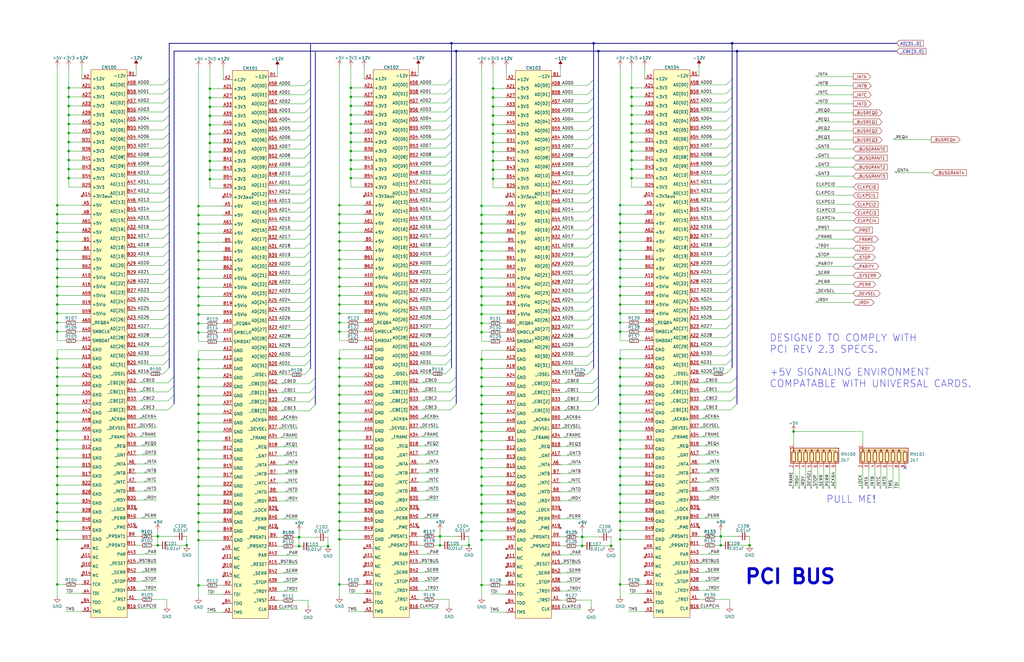
<source format=kicad_sch>
(kicad_sch (version 20230121) (generator eeschema)
  (paper "USLedger")
  (title_block (title "AMIGA PCI") (date "2023-05-28") (rev "1"))
  (junction (at 88.519 75.565))
  (junction (at 88.519 60.325))
  (junction (at 203.073 174.498))
  (junction (at 203.073 170.688))
  (junction (at 83.693 125.095))
  (junction (at 261.493 136.144))
  (junction (at 24.13 155.194))
  (junction (at 143.129 105.664))
  (junction (at 203.073 208.788))
  (junction (at 147.955 52.324))
  (junction (at 261.493 166.624))
  (junction (at 143.129 166.624))
  (junction (at 203.073 90.678))
  (junction (at 83.693 159.385))
  (junction (at 310.769 21.59))
  (junction (at 261.493 128.524))
  (junction (at 83.693 106.045))
  (junction (at 83.693 167.005))
  (junction (at 24.13 151.384))
  (junction (at 83.693 132.715))
  (junction (at 143.129 185.674))
  (junction (at 83.693 186.055))
  (junction (at 143.129 128.524))
  (junction (at 147.955 48.514))
  (junction (at 207.899 48.768))
  (junction (at 83.693 163.195))
  (junction (at 24.13 105.664))
  (junction (at 24.13 178.054))
  (junction (at 203.073 204.978))
  (junction (at 143.129 193.294))
  (junction (at 207.899 67.818))
  (junction (at 24.13 101.854))
  (junction (at 143.129 101.854))
  (junction (at 83.693 102.235))
  (junction (at 83.693 136.525))
  (junction (at 203.073 151.638))
  (junction (at 261.493 170.434))
  (junction (at 261.493 90.424))
  (junction (at 261.493 189.484))
  (junction (at 261.493 155.194))
  (junction (at 83.693 227.965))
  (junction (at 83.693 220.345))
  (junction (at 24.13 109.474))
  (junction (at 83.693 224.155))
  (junction (at 266.319 40.894))
  (junction (at 24.13 90.424))
  (junction (at 83.693 113.665))
  (junction (at 83.693 155.575))
  (junction (at 143.129 162.814))
  (junction (at 266.319 48.514))
  (junction (at 203.073 182.118))
  (junction (at 147.955 56.134))
  (junction (at 143.129 178.054))
  (junction (at 261.493 185.674))
  (junction (at 24.13 185.674))
  (junction (at 261.493 227.584))
  (junction (at 83.693 109.855))
  (junction (at 261.493 193.294))
  (junction (at 83.693 90.805))
  (junction (at 203.073 189.738))
  (junction (at 138.303 230.505))
  (junction (at 28.956 75.184))
  (junction (at 24.13 113.284))
  (junction (at 24.13 166.624))
  (junction (at 185.547 226.314))
  (junction (at 83.693 128.905))
  (junction (at 83.693 170.815))
  (junction (at 203.073 124.968))
  (junction (at 143.129 155.194))
  (junction (at 143.129 139.954))
  (junction (at 147.955 67.564))
  (junction (at 24.13 227.584))
  (junction (at 83.693 208.915))
  (junction (at 143.129 204.724))
  (junction (at 28.956 56.134))
  (junction (at 143.129 181.864))
  (junction (at 147.955 44.704))
  (junction (at 24.13 132.334))
  (junction (at 252.349 21.59))
  (junction (at 261.493 197.104))
  (junction (at 261.493 178.054))
  (junction (at 24.13 98.044))
  (junction (at 203.073 166.878))
  (junction (at 83.693 182.245))
  (junction (at 266.319 44.704))
  (junction (at 207.899 60.198))
  (junction (at 203.073 216.408))
  (junction (at 24.13 223.774))
  (junction (at 24.13 200.914))
  (junction (at 261.493 246.634))
  (junction (at 24.13 94.234))
  (junction (at 147.955 37.084))
  (junction (at 203.073 140.208))
  (junction (at 24.13 162.814))
  (junction (at 203.073 163.068))
  (junction (at 143.129 136.144))
  (junction (at 24.13 193.294))
  (junction (at 147.955 59.944))
  (junction (at 88.519 48.895))
  (junction (at 203.073 109.728))
  (junction (at 303.911 226.314))
  (junction (at 261.493 174.244))
  (junction (at 261.493 223.774))
  (junction (at 203.073 185.928))
  (junction (at 83.693 247.015))
  (junction (at 261.493 151.384))
  (junction (at 143.129 86.614))
  (junction (at 207.899 64.008))
  (junction (at 143.129 197.104))
  (junction (at 261.493 113.284))
  (junction (at 261.493 94.234))
  (junction (at 83.693 94.615))
  (junction (at 203.073 224.028))
  (junction (at 245.491 230.378))
  (junction (at 83.693 193.675))
  (junction (at 24.13 219.964))
  (junction (at 316.103 230.124))
  (junction (at 24.13 189.484))
  (junction (at 143.129 208.534))
  (junction (at 261.493 120.904))
  (junction (at 203.073 136.398))
  (junction (at 143.129 90.424))
  (junction (at 143.129 98.044))
  (junction (at 203.073 201.168))
  (junction (at 261.493 219.964))
  (junction (at 203.073 94.488))
  (junction (at 207.899 41.148))
  (junction (at 83.693 178.435))
  (junction (at 203.073 155.448))
  (junction (at 66.548 226.314))
  (junction (at 143.129 216.154))
  (junction (at 143.129 113.284))
  (junction (at 203.073 212.598))
  (junction (at 88.519 67.945))
  (junction (at 143.129 212.344))
  (junction (at 261.493 181.864))
  (junction (at 66.548 230.124))
  (junction (at 147.955 63.754))
  (junction (at 24.13 181.864))
  (junction (at 143.129 117.094))
  (junction (at 207.899 71.628))
  (junction (at 88.519 37.465))
  (junction (at 207.899 52.578))
  (junction (at 28.956 71.374))
  (junction (at 24.13 86.614))
  (junction (at 24.13 139.954))
  (junction (at 192.405 21.59))
  (junction (at 250.317 18.288))
  (junction (at 88.519 64.135))
  (junction (at 126.111 230.505))
  (junction (at 257.683 230.378))
  (junction (at 266.319 37.084))
  (junction (at 203.073 113.538))
  (junction (at 143.129 219.964))
  (junction (at 203.073 193.548))
  (junction (at 203.073 132.588))
  (junction (at 266.319 63.754))
  (junction (at 88.519 56.515))
  (junction (at 261.493 200.914))
  (junction (at 143.129 159.004))
  (junction (at 147.955 40.894))
  (junction (at 266.319 71.374))
  (junction (at 24.13 120.904))
  (junction (at 143.129 200.914))
  (junction (at 24.13 128.524))
  (junction (at 261.493 159.004))
  (junction (at 261.493 109.474))
  (junction (at 245.491 226.568))
  (junction (at 203.073 121.158))
  (junction (at 143.129 132.334))
  (junction (at 203.073 159.258))
  (junction (at 83.693 212.725))
  (junction (at 83.693 98.425))
  (junction (at 261.493 132.334))
  (junction (at 203.073 227.838))
  (junction (at 207.899 37.338))
  (junction (at 261.493 117.094))
  (junction (at 24.13 136.144))
  (junction (at 24.13 246.634))
  (junction (at 261.493 98.044))
  (junction (at 24.13 208.534))
  (junction (at 203.073 246.888))
  (junction (at 266.319 59.944))
  (junction (at 24.13 216.154))
  (junction (at 83.693 216.535))
  (junction (at 83.693 189.865))
  (junction (at 303.911 230.124))
  (junction (at 143.129 94.234))
  (junction (at 203.073 105.918))
  (junction (at 126.111 226.695))
  (junction (at 266.319 52.324))
  (junction (at 143.129 223.774))
  (junction (at 207.899 56.388))
  (junction (at 83.693 121.285))
  (junction (at 83.693 201.295))
  (junction (at 83.693 140.335))
  (junction (at 24.13 174.244))
  (junction (at 28.956 67.564))
  (junction (at 143.129 124.714))
  (junction (at 261.493 139.954))
  (junction (at 266.319 75.184))
  (junction (at 261.493 216.154))
  (junction (at 147.955 71.374))
  (junction (at 261.493 124.714))
  (junction (at 190.373 18.288))
  (junction (at 261.493 212.344))
  (junction (at 143.129 109.474))
  (junction (at 28.956 48.514))
  (junction (at 261.493 86.614))
  (junction (at 261.493 204.724))
  (junction (at 203.073 220.218))
  (junction (at 308.737 18.288))
  (junction (at 24.13 124.714))
  (junction (at 266.319 56.134))
  (junction (at 203.073 178.308))
  (junction (at 28.956 52.324))
  (junction (at 261.493 208.534))
  (junction (at 207.899 44.958))
  (junction (at 83.693 174.625))
  (junction (at 203.073 98.298))
  (junction (at 83.693 151.765))
  (junction (at 143.129 227.584))
  (junction (at 334.645 182.118))
  (junction (at 78.74 230.124))
  (junction (at 24.13 159.004))
  (junction (at 88.519 52.705))
  (junction (at 24.13 170.434))
  (junction (at 28.956 63.754))
  (junction (at 143.129 151.384))
  (junction (at 24.13 212.344))
  (junction (at 83.693 86.995))
  (junction (at 207.899 75.438))
  (junction (at 197.739 230.124))
  (junction (at 143.129 189.484))
  (junction (at 143.129 170.434))
  (junction (at 143.129 120.904))
  (junction (at 24.13 117.094))
  (junction (at 143.129 174.244))
  (junction (at 185.547 230.124))
  (junction (at 28.956 59.944))
  (junction (at 203.073 128.778))
  (junction (at 261.493 105.664))
  (junction (at 266.319 67.564))
  (junction (at 261.493 162.814))
  (junction (at 203.073 86.868))
  (junction (at 83.693 205.105))
  (junction (at 88.519 41.275))
  (junction (at 203.073 102.108))
  (junction (at 88.519 45.085))
  (junction (at 203.073 117.348))
  (junction (at 83.693 117.475))
  (junction (at 203.073 197.358))
  (junction (at 28.956 37.084))
  (junction (at 261.493 101.854))
  (junction (at 28.956 40.894))
  (junction (at 24.13 204.724))
  (junction (at 24.13 197.104))
  (junction (at 83.693 197.485))
  (junction (at 28.956 44.704))
  (junction (at 143.129 246.634))
  (junction (at 147.955 75.184))
  (junction (at 88.519 71.755))
  (no_connect (at 381.635 197.358))
  (bus_entry (at 70.866 169.164) (size 2.54 -2.54))
  (bus_entry (at 128.397 150.495) (size 2.54 -2.54))
  (bus_entry (at 130.429 161.925) (size 2.54 -2.54))
  (bus_entry (at 306.197 47.244) (size 2.54 -2.54))
  (bus_entry (at 247.777 112.268) (size 2.54 -2.54))
  (bus_entry (at 306.197 96.774) (size 2.54 -2.54))
  (bus_entry (at 68.834 70.104) (size 2.54 -2.54))
  (bus_entry (at 306.197 35.814) (size 2.54 -2.54))
  (bus_entry (at 128.397 123.825) (size 2.54 -2.54))
  (bus_entry (at 187.833 73.914) (size 2.54 -2.54))
  (bus_entry (at 68.834 100.584) (size 2.54 -2.54))
  (bus_entry (at 68.834 157.734) (size 2.54 -2.54))
  (bus_entry (at 249.809 165.608) (size 2.54 -2.54))
  (bus_entry (at 128.397 142.875) (size 2.54 -2.54))
  (bus_entry (at 247.777 100.838) (size 2.54 -2.54))
  (bus_entry (at 130.429 169.545) (size 2.54 -2.54))
  (bus_entry (at 306.197 81.534) (size 2.54 -2.54))
  (bus_entry (at 247.777 36.068) (size 2.54 -2.54))
  (bus_entry (at 187.833 96.774) (size 2.54 -2.54))
  (bus_entry (at 68.834 54.864) (size 2.54 -2.54))
  (bus_entry (at 306.197 92.964) (size 2.54 -2.54))
  (bus_entry (at 306.197 112.014) (size 2.54 -2.54))
  (bus_entry (at 128.397 55.245) (size 2.54 -2.54))
  (bus_entry (at 68.834 51.054) (size 2.54 -2.54))
  (bus_entry (at 247.777 77.978) (size 2.54 -2.54))
  (bus_entry (at 187.833 81.534) (size 2.54 -2.54))
  (bus_entry (at 249.809 173.228) (size 2.54 -2.54))
  (bus_entry (at 247.777 97.028) (size 2.54 -2.54))
  (bus_entry (at 247.777 135.128) (size 2.54 -2.54))
  (bus_entry (at 70.866 165.354) (size 2.54 -2.54))
  (bus_entry (at 128.397 158.115) (size 2.54 -2.54))
  (bus_entry (at 187.833 138.684) (size 2.54 -2.54))
  (bus_entry (at 128.397 146.685) (size 2.54 -2.54))
  (bus_entry (at 306.197 77.724) (size 2.54 -2.54))
  (bus_entry (at 128.397 97.155) (size 2.54 -2.54))
  (bus_entry (at 187.833 39.624) (size 2.54 -2.54))
  (bus_entry (at 128.397 89.535) (size 2.54 -2.54))
  (bus_entry (at 128.397 104.775) (size 2.54 -2.54))
  (bus_entry (at 68.834 43.434) (size 2.54 -2.54))
  (bus_entry (at 247.777 116.078) (size 2.54 -2.54))
  (bus_entry (at 68.834 89.154) (size 2.54 -2.54))
  (bus_entry (at 68.834 47.244) (size 2.54 -2.54))
  (bus_entry (at 187.833 115.824) (size 2.54 -2.54))
  (bus_entry (at 128.397 62.865) (size 2.54 -2.54))
  (bus_entry (at 128.397 47.625) (size 2.54 -2.54))
  (bus_entry (at 68.834 112.014) (size 2.54 -2.54))
  (bus_entry (at 306.197 73.914) (size 2.54 -2.54))
  (bus_entry (at 187.833 134.874) (size 2.54 -2.54))
  (bus_entry (at 306.197 108.204) (size 2.54 -2.54))
  (bus_entry (at 247.777 108.458) (size 2.54 -2.54))
  (bus_entry (at 247.777 85.598) (size 2.54 -2.54))
  (bus_entry (at 128.397 51.435) (size 2.54 -2.54))
  (bus_entry (at 189.865 169.164) (size 2.54 -2.54))
  (bus_entry (at 306.197 134.874) (size 2.54 -2.54))
  (bus_entry (at 189.865 165.354) (size 2.54 -2.54))
  (bus_entry (at 68.834 123.444) (size 2.54 -2.54))
  (bus_entry (at 128.397 100.965) (size 2.54 -2.54))
  (bus_entry (at 247.777 55.118) (size 2.54 -2.54))
  (bus_entry (at 249.809 161.798) (size 2.54 -2.54))
  (bus_entry (at 247.777 70.358) (size 2.54 -2.54))
  (bus_entry (at 306.197 123.444) (size 2.54 -2.54))
  (bus_entry (at 306.197 119.634) (size 2.54 -2.54))
  (bus_entry (at 128.397 116.205) (size 2.54 -2.54))
  (bus_entry (at 187.833 35.814) (size 2.54 -2.54))
  (bus_entry (at 128.397 66.675) (size 2.54 -2.54))
  (bus_entry (at 128.397 36.195) (size 2.54 -2.54))
  (bus_entry (at 187.833 127.254) (size 2.54 -2.54))
  (bus_entry (at 247.777 66.548) (size 2.54 -2.54))
  (bus_entry (at 130.429 173.355) (size 2.54 -2.54))
  (bus_entry (at 247.777 51.308) (size 2.54 -2.54))
  (bus_entry (at 128.397 85.725) (size 2.54 -2.54))
  (bus_entry (at 68.834 146.304) (size 2.54 -2.54))
  (bus_entry (at 128.397 74.295) (size 2.54 -2.54))
  (bus_entry (at 187.833 123.444) (size 2.54 -2.54))
  (bus_entry (at 306.197 51.054) (size 2.54 -2.54))
  (bus_entry (at 247.777 157.988) (size 2.54 -2.54))
  (bus_entry (at 128.397 135.255) (size 2.54 -2.54))
  (bus_entry (at 68.834 127.254) (size 2.54 -2.54))
  (bus_entry (at 306.197 153.924) (size 2.54 -2.54))
  (bus_entry (at 306.197 85.344) (size 2.54 -2.54))
  (bus_entry (at 68.834 131.064) (size 2.54 -2.54))
  (bus_entry (at 68.834 77.724) (size 2.54 -2.54))
  (bus_entry (at 247.777 150.368) (size 2.54 -2.54))
  (bus_entry (at 247.777 119.888) (size 2.54 -2.54))
  (bus_entry (at 68.834 142.494) (size 2.54 -2.54))
  (bus_entry (at 247.777 142.748) (size 2.54 -2.54))
  (bus_entry (at 247.777 104.648) (size 2.54 -2.54))
  (bus_entry (at 306.197 157.734) (size 2.54 -2.54))
  (bus_entry (at 308.229 172.974) (size 2.54 -2.54))
  (bus_entry (at 247.777 89.408) (size 2.54 -2.54))
  (bus_entry (at 187.833 100.584) (size 2.54 -2.54))
  (bus_entry (at 306.197 39.624) (size 2.54 -2.54))
  (bus_entry (at 247.777 47.498) (size 2.54 -2.54))
  (bus_entry (at 68.834 58.674) (size 2.54 -2.54))
  (bus_entry (at 128.397 139.065) (size 2.54 -2.54))
  (bus_entry (at 249.809 169.418) (size 2.54 -2.54))
  (bus_entry (at 187.833 104.394) (size 2.54 -2.54))
  (bus_entry (at 68.834 104.394) (size 2.54 -2.54))
  (bus_entry (at 68.834 150.114) (size 2.54 -2.54))
  (bus_entry (at 68.834 119.634) (size 2.54 -2.54))
  (bus_entry (at 187.833 43.434) (size 2.54 -2.54))
  (bus_entry (at 128.397 81.915) (size 2.54 -2.54))
  (bus_entry (at 128.397 131.445) (size 2.54 -2.54))
  (bus_entry (at 128.397 70.485) (size 2.54 -2.54))
  (bus_entry (at 68.834 92.964) (size 2.54 -2.54))
  (bus_entry (at 306.197 142.494) (size 2.54 -2.54))
  (bus_entry (at 187.833 70.104) (size 2.54 -2.54))
  (bus_entry (at 128.397 108.585) (size 2.54 -2.54))
  (bus_entry (at 306.197 115.824) (size 2.54 -2.54))
  (bus_entry (at 306.197 89.154) (size 2.54 -2.54))
  (bus_entry (at 128.397 93.345) (size 2.54 -2.54))
  (bus_entry (at 306.197 150.114) (size 2.54 -2.54))
  (bus_entry (at 247.777 58.928) (size 2.54 -2.54))
  (bus_entry (at 247.777 39.878) (size 2.54 -2.54))
  (bus_entry (at 187.833 54.864) (size 2.54 -2.54))
  (bus_entry (at 308.229 165.354) (size 2.54 -2.54))
  (bus_entry (at 306.197 43.434) (size 2.54 -2.54))
  (bus_entry (at 128.397 59.055) (size 2.54 -2.54))
  (bus_entry (at 247.777 123.698) (size 2.54 -2.54))
  (bus_entry (at 128.397 40.005) (size 2.54 -2.54))
  (bus_entry (at 247.777 81.788) (size 2.54 -2.54))
  (bus_entry (at 187.833 47.244) (size 2.54 -2.54))
  (bus_entry (at 247.777 74.168) (size 2.54 -2.54))
  (bus_entry (at 68.834 115.824) (size 2.54 -2.54))
  (bus_entry (at 70.866 161.544) (size 2.54 -2.54))
  (bus_entry (at 247.777 154.178) (size 2.54 -2.54))
  (bus_entry (at 187.833 112.014) (size 2.54 -2.54))
  (bus_entry (at 306.197 138.684) (size 2.54 -2.54))
  (bus_entry (at 189.865 161.544) (size 2.54 -2.54))
  (bus_entry (at 189.865 172.974) (size 2.54 -2.54))
  (bus_entry (at 68.834 153.924) (size 2.54 -2.54))
  (bus_entry (at 247.777 93.218) (size 2.54 -2.54))
  (bus_entry (at 128.397 127.635) (size 2.54 -2.54))
  (bus_entry (at 306.197 66.294) (size 2.54 -2.54))
  (bus_entry (at 187.833 85.344) (size 2.54 -2.54))
  (bus_entry (at 68.834 73.914) (size 2.54 -2.54))
  (bus_entry (at 68.834 81.534) (size 2.54 -2.54))
  (bus_entry (at 68.834 138.684) (size 2.54 -2.54))
  (bus_entry (at 187.833 146.304) (size 2.54 -2.54))
  (bus_entry (at 247.777 62.738) (size 2.54 -2.54))
  (bus_entry (at 187.833 92.964) (size 2.54 -2.54))
  (bus_entry (at 187.833 142.494) (size 2.54 -2.54))
  (bus_entry (at 187.833 119.634) (size 2.54 -2.54))
  (bus_entry (at 68.834 39.624) (size 2.54 -2.54))
  (bus_entry (at 306.197 131.064) (size 2.54 -2.54))
  (bus_entry (at 306.197 104.394) (size 2.54 -2.54))
  (bus_entry (at 68.834 96.774) (size 2.54 -2.54))
  (bus_entry (at 187.833 89.154) (size 2.54 -2.54))
  (bus_entry (at 70.866 172.974) (size 2.54 -2.54))
  (bus_entry (at 247.777 138.938) (size 2.54 -2.54))
  (bus_entry (at 68.834 108.204) (size 2.54 -2.54))
  (bus_entry (at 187.833 58.674) (size 2.54 -2.54))
  (bus_entry (at 128.397 154.305) (size 2.54 -2.54))
  (bus_entry (at 306.197 146.304) (size 2.54 -2.54))
  (bus_entry (at 187.833 62.484) (size 2.54 -2.54))
  (bus_entry (at 306.197 62.484) (size 2.54 -2.54))
  (bus_entry (at 187.833 131.064) (size 2.54 -2.54))
  (bus_entry (at 187.833 77.724) (size 2.54 -2.54))
  (bus_entry (at 68.834 35.814) (size 2.54 -2.54))
  (bus_entry (at 128.397 112.395) (size 2.54 -2.54))
  (bus_entry (at 306.197 127.254) (size 2.54 -2.54))
  (bus_entry (at 308.229 161.544) (size 2.54 -2.54))
  (bus_entry (at 128.397 43.815) (size 2.54 -2.54))
  (bus_entry (at 68.834 66.294) (size 2.54 -2.54))
  (bus_entry (at 68.834 134.874) (size 2.54 -2.54))
  (bus_entry (at 128.397 78.105) (size 2.54 -2.54))
  (bus_entry (at 130.429 165.735) (size 2.54 -2.54))
  (bus_entry (at 247.777 146.558) (size 2.54 -2.54))
  (bus_entry (at 306.197 58.674) (size 2.54 -2.54))
  (bus_entry (at 68.834 62.484) (size 2.54 -2.54))
  (bus_entry (at 247.777 131.318) (size 2.54 -2.54))
  (bus_entry (at 247.777 43.688) (size 2.54 -2.54))
  (bus_entry (at 187.833 150.114) (size 2.54 -2.54))
  (bus_entry (at 68.834 85.344) (size 2.54 -2.54))
  (bus_entry (at 306.197 100.584) (size 2.54 -2.54))
  (bus_entry (at 187.833 51.054) (size 2.54 -2.54))
  (bus_entry (at 187.833 157.734) (size 2.54 -2.54))
  (bus_entry (at 187.833 66.294) (size 2.54 -2.54))
  (bus_entry (at 306.197 70.104) (size 2.54 -2.54))
  (bus_entry (at 128.397 120.015) (size 2.54 -2.54))
  (bus_entry (at 187.833 153.924) (size 2.54 -2.54))
  (bus_entry (at 306.197 54.864) (size 2.54 -2.54))
  (bus_entry (at 247.777 127.508) (size 2.54 -2.54))
  (bus_entry (at 308.229 169.164) (size 2.54 -2.54))
  (bus_entry (at 187.833 108.204) (size 2.54 -2.54))
  (bus (pts (xy 190.373 82.804) (xy 190.373 86.614)))
  (wire (pts (xy 176.403 195.834) (xy 185.039 195.834)))
  (wire (pts (xy 143.129 181.864) (xy 143.129 185.674)))
  (wire (pts (xy 207.899 52.578) (xy 207.899 56.388)))
  (wire (pts (xy 245.491 224.028) (xy 245.491 226.568)))
  (wire (pts (xy 116.967 253.365) (xy 118.999 253.365)))
  (wire (pts (xy 207.899 48.768) (xy 213.487 48.768)))
  (bus (pts (xy 130.937 79.375) (xy 130.937 83.185)))
  (wire (pts (xy 203.073 90.678) (xy 203.073 86.868)))
  (wire (pts (xy 143.129 166.624) (xy 153.543 166.624)))
  (wire (pts (xy 88.519 64.135) (xy 94.107 64.135)))
  (wire (pts (xy 24.13 124.714) (xy 34.544 124.714)))
  (wire (pts (xy 116.967 165.735) (xy 130.429 165.735)))
  (wire (pts (xy 24.13 101.854) (xy 24.13 98.044)))
  (wire (pts (xy 203.073 185.928) (xy 213.487 185.928)))
  (wire (pts (xy 24.13 98.044) (xy 24.13 94.234)))
  (wire (pts (xy 83.693 117.475) (xy 94.107 117.475)))
  (wire (pts (xy 261.493 120.904) (xy 261.493 117.094)))
  (wire (pts (xy 343.916 116.205) (xy 359.791 116.205)))
  (wire (pts (xy 83.693 144.145) (xy 86.995 144.145)))
  (bus (pts (xy 308.737 113.284) (xy 308.737 117.094)))
  (wire (pts (xy 32.512 246.634) (xy 34.544 246.634)))
  (wire (pts (xy 57.404 58.674) (xy 68.834 58.674)))
  (wire (pts (xy 24.13 113.284) (xy 24.13 109.474)))
  (wire (pts (xy 88.519 37.465) (xy 88.519 41.275)))
  (wire (pts (xy 83.693 102.235) (xy 83.693 98.425)))
  (bus (pts (xy 71.374 40.894) (xy 71.374 44.704)))
  (wire (pts (xy 294.767 188.214) (xy 303.403 188.214)))
  (bus (pts (xy 130.937 52.705) (xy 130.937 56.515)))
  (wire (pts (xy 88.519 60.325) (xy 94.107 60.325)))
  (wire (pts (xy 28.956 44.704) (xy 28.956 48.514)))
  (wire (pts (xy 83.693 90.805) (xy 94.107 90.805)))
  (wire (pts (xy 70.358 252.984) (xy 70.358 255.778)))
  (wire (pts (xy 83.693 128.905) (xy 83.693 125.095)))
  (bus (pts (xy 310.769 166.624) (xy 310.769 170.434)))
  (wire (pts (xy 24.13 90.424) (xy 24.13 86.614)))
  (wire (pts (xy 24.13 132.334) (xy 24.13 128.524)))
  (wire (pts (xy 57.404 81.534) (xy 68.834 81.534)))
  (bus (pts (xy 308.737 75.184) (xy 308.737 78.994)))
  (wire (pts (xy 28.956 40.894) (xy 34.544 40.894)))
  (bus (pts (xy 190.373 147.574) (xy 190.373 151.384)))
  (wire (pts (xy 143.129 189.484) (xy 143.129 193.294)))
  (bus (pts (xy 132.969 159.385) (xy 132.969 163.195)))
  (wire (pts (xy 83.693 113.665) (xy 83.693 109.855)))
  (wire (pts (xy 24.13 223.774) (xy 24.13 227.584)))
  (wire (pts (xy 236.347 77.978) (xy 247.777 77.978)))
  (wire (pts (xy 261.493 170.434) (xy 271.907 170.434)))
  (wire (pts (xy 116.967 146.685) (xy 128.397 146.685)))
  (wire (pts (xy 266.319 56.134) (xy 266.319 59.944)))
  (wire (pts (xy 203.073 212.598) (xy 213.487 212.598)))
  (wire (pts (xy 294.767 157.734) (xy 300.355 157.734)))
  (bus (pts (xy 190.373 18.288) (xy 190.373 33.274)))
  (wire (pts (xy 294.767 184.404) (xy 303.403 184.404)))
  (bus (pts (xy 71.374 139.954) (xy 71.374 143.764)))
  (wire (pts (xy 28.956 52.324) (xy 34.544 52.324)))
  (wire (pts (xy 28.956 71.374) (xy 34.544 71.374)))
  (wire (pts (xy 261.493 113.284) (xy 271.907 113.284)))
  (wire (pts (xy 116.967 78.105) (xy 128.397 78.105)))
  (wire (pts (xy 24.13 162.814) (xy 24.13 166.624)))
  (wire (pts (xy 266.319 44.704) (xy 271.907 44.704)))
  (wire (pts (xy 143.129 132.334) (xy 143.129 136.144)))
  (wire (pts (xy 24.13 155.194) (xy 24.13 159.004)))
  (bus (pts (xy 308.737 33.274) (xy 308.737 18.288)))
  (wire (pts (xy 57.404 150.114) (xy 68.834 150.114)))
  (bus (pts (xy 250.317 117.348) (xy 250.317 121.158)))
  (bus (pts (xy 308.737 44.704) (xy 308.737 48.514)))
  (wire (pts (xy 294.767 39.624) (xy 306.197 39.624)))
  (wire (pts (xy 176.403 176.784) (xy 185.039 176.784)))
  (wire (pts (xy 143.129 27.94) (xy 143.129 86.614)))
  (wire (pts (xy 129.921 253.365) (xy 124.079 253.365)))
  (wire (pts (xy 261.493 166.624) (xy 271.907 166.624)))
  (wire (pts (xy 176.403 43.434) (xy 187.833 43.434)))
  (wire (pts (xy 236.347 39.878) (xy 247.777 39.878)))
  (wire (pts (xy 294.767 142.494) (xy 306.197 142.494)))
  (bus (pts (xy 71.374 120.904) (xy 71.374 124.714)))
  (bus (pts (xy 310.769 21.59) (xy 378.079 21.59)))
  (wire (pts (xy 83.693 94.615) (xy 94.107 94.615)))
  (wire (pts (xy 294.767 62.484) (xy 306.197 62.484)))
  (wire (pts (xy 176.403 47.244) (xy 187.833 47.244)))
  (wire (pts (xy 143.129 178.054) (xy 153.543 178.054)))
  (wire (pts (xy 236.347 81.788) (xy 247.777 81.788)))
  (wire (pts (xy 116.967 40.005) (xy 128.397 40.005)))
  (bus (pts (xy 73.406 21.59) (xy 192.405 21.59)))
  (wire (pts (xy 203.073 151.638) (xy 203.073 155.448)))
  (bus (pts (xy 190.373 120.904) (xy 190.373 124.714)))
  (wire (pts (xy 153.543 27.94) (xy 153.543 33.274)))
  (wire (pts (xy 57.404 27.94) (xy 57.404 32.004)))
  (wire (pts (xy 261.493 136.144) (xy 264.795 136.144)))
  (wire (pts (xy 143.129 185.674) (xy 143.129 189.484)))
  (bus (pts (xy 130.937 117.475) (xy 130.937 121.285)))
  (wire (pts (xy 176.403 256.794) (xy 185.039 256.794)))
  (wire (pts (xy 143.129 132.334) (xy 143.129 128.524)))
  (wire (pts (xy 24.13 181.864) (xy 24.13 185.674)))
  (wire (pts (xy 343.916 123.825) (xy 359.791 123.825)))
  (wire (pts (xy 236.347 51.308) (xy 247.777 51.308)))
  (wire (pts (xy 143.129 136.144) (xy 146.431 136.144)))
  (bus (pts (xy 130.937 109.855) (xy 130.937 113.665)))
  (bus (pts (xy 71.374 132.334) (xy 71.374 136.144)))
  (wire (pts (xy 143.129 155.194) (xy 153.543 155.194)))
  (wire (pts (xy 261.493 94.234) (xy 271.907 94.234)))
  (wire (pts (xy 147.955 27.94) (xy 147.955 37.084)))
  (wire (pts (xy 83.693 163.195) (xy 83.693 167.005)))
  (wire (pts (xy 176.403 62.484) (xy 187.833 62.484)))
  (bus (pts (xy 308.737 33.274) (xy 308.737 37.084)))
  (bus (pts (xy 190.373 136.144) (xy 190.373 139.954)))
  (wire (pts (xy 176.403 153.924) (xy 187.833 153.924)))
  (wire (pts (xy 83.693 147.955) (xy 83.693 151.765)))
  (wire (pts (xy 203.073 90.678) (xy 213.487 90.678)))
  (bus (pts (xy 250.317 121.158) (xy 250.317 124.968)))
  (wire (pts (xy 266.319 37.084) (xy 271.907 37.084)))
  (wire (pts (xy 116.967 158.115) (xy 122.555 158.115)))
  (wire (pts (xy 236.347 100.838) (xy 247.777 100.838)))
  (wire (pts (xy 116.967 245.745) (xy 125.603 245.745)))
  (wire (pts (xy 243.459 226.568) (xy 245.491 226.568)))
  (wire (pts (xy 203.073 163.068) (xy 203.073 166.878)))
  (wire (pts (xy 261.493 155.194) (xy 271.907 155.194)))
  (wire (pts (xy 146.939 250.444) (xy 153.543 250.444)))
  (bus (pts (xy 71.374 136.144) (xy 71.374 139.954)))
  (wire (pts (xy 261.493 162.814) (xy 271.907 162.814)))
  (bus (pts (xy 250.317 128.778) (xy 250.317 132.588)))
  (wire (pts (xy 294.767 195.834) (xy 303.403 195.834)))
  (wire (pts (xy 83.693 178.435) (xy 83.693 182.245)))
  (wire (pts (xy 261.493 197.104) (xy 271.907 197.104)))
  (wire (pts (xy 143.129 223.774) (xy 143.129 227.584)))
  (wire (pts (xy 116.967 180.975) (xy 125.603 180.975)))
  (wire (pts (xy 28.956 37.084) (xy 34.544 37.084)))
  (wire (pts (xy 266.319 59.944) (xy 266.319 63.754)))
  (wire (pts (xy 203.073 113.538) (xy 203.073 109.728)))
  (wire (pts (xy 88.519 41.275) (xy 94.107 41.275)))
  (wire (pts (xy 203.073 109.728) (xy 213.487 109.728)))
  (wire (pts (xy 236.347 150.368) (xy 247.777 150.368)))
  (wire (pts (xy 83.693 201.295) (xy 94.107 201.295)))
  (wire (pts (xy 176.403 100.584) (xy 187.833 100.584)))
  (wire (pts (xy 143.129 117.094) (xy 143.129 113.284)))
  (wire (pts (xy 203.073 128.778) (xy 203.073 124.968)))
  (wire (pts (xy 28.956 40.894) (xy 28.956 44.704)))
  (wire (pts (xy 64.516 230.124) (xy 66.548 230.124)))
  (wire (pts (xy 294.767 241.554) (xy 303.403 241.554)))
  (wire (pts (xy 261.493 124.714) (xy 261.493 120.904)))
  (wire (pts (xy 83.693 186.055) (xy 94.107 186.055)))
  (wire (pts (xy 236.347 36.068) (xy 247.777 36.068)))
  (bus (pts (xy 130.937 71.755) (xy 130.937 75.565)))
  (wire (pts (xy 207.899 67.818) (xy 213.487 67.818)))
  (wire (pts (xy 261.493 178.054) (xy 271.907 178.054)))
  (wire (pts (xy 143.129 105.664) (xy 153.543 105.664)))
  (wire (pts (xy 83.693 125.095) (xy 94.107 125.095)))
  (bus (pts (xy 308.737 67.564) (xy 308.737 71.374)))
  (bus (pts (xy 71.374 113.284) (xy 71.374 117.094)))
  (bus (pts (xy 308.737 90.424) (xy 308.737 94.234)))
  (wire (pts (xy 83.693 182.245) (xy 83.693 186.055)))
  (wire (pts (xy 126.111 226.695) (xy 126.111 230.505)))
  (wire (pts (xy 143.129 151.384) (xy 153.543 151.384)))
  (wire (pts (xy 261.493 90.424) (xy 271.907 90.424)))
  (wire (pts (xy 92.075 140.335) (xy 94.107 140.335)))
  (wire (pts (xy 176.403 192.024) (xy 185.039 192.024)))
  (wire (pts (xy 83.693 224.155) (xy 94.107 224.155)))
  (wire (pts (xy 294.767 134.874) (xy 306.197 134.874)))
  (wire (pts (xy 207.899 48.768) (xy 207.899 52.578)))
  (wire (pts (xy 57.404 85.344) (xy 68.834 85.344)))
  (wire (pts (xy 294.767 131.064) (xy 306.197 131.064)))
  (wire (pts (xy 83.693 136.525) (xy 86.995 136.525)))
  (wire (pts (xy 207.899 56.388) (xy 207.899 60.198)))
  (wire (pts (xy 207.899 60.198) (xy 213.487 60.198)))
  (wire (pts (xy 143.129 124.714) (xy 143.129 120.904)))
  (wire (pts (xy 269.875 246.634) (xy 271.907 246.634)))
  (wire (pts (xy 301.879 226.314) (xy 303.911 226.314)))
  (wire (pts (xy 57.404 51.054) (xy 68.834 51.054)))
  (wire (pts (xy 83.693 205.105) (xy 94.107 205.105)))
  (wire (pts (xy 57.404 249.174) (xy 66.04 249.174)))
  (wire (pts (xy 143.129 216.154) (xy 153.543 216.154)))
  (wire (pts (xy 83.693 163.195) (xy 94.107 163.195)))
  (wire (pts (xy 294.767 192.024) (xy 303.403 192.024)))
  (wire (pts (xy 83.693 216.535) (xy 94.107 216.535)))
  (wire (pts (xy 57.404 180.594) (xy 66.04 180.594)))
  (wire (pts (xy 57.404 104.394) (xy 68.834 104.394)))
  (wire (pts (xy 203.073 163.068) (xy 213.487 163.068)))
  (wire (pts (xy 203.073 201.168) (xy 203.073 204.978)))
  (wire (pts (xy 24.13 159.004) (xy 24.13 162.814)))
  (wire (pts (xy 203.073 132.588) (xy 203.073 136.398)))
  (wire (pts (xy 143.129 143.764) (xy 146.431 143.764)))
  (wire (pts (xy 236.347 142.748) (xy 247.777 142.748)))
  (wire (pts (xy 203.073 94.488) (xy 213.487 94.488)))
  (wire (pts (xy 28.956 59.944) (xy 34.544 59.944)))
  (wire (pts (xy 261.493 101.854) (xy 261.493 98.044)))
  (wire (pts (xy 294.767 230.124) (xy 296.799 230.124)))
  (wire (pts (xy 28.956 75.184) (xy 34.544 75.184)))
  (bus (pts (xy 130.937 67.945) (xy 130.937 71.755)))
  (wire (pts (xy 24.13 212.344) (xy 34.544 212.344)))
  (wire (pts (xy 147.955 52.324) (xy 147.955 56.134)))
  (wire (pts (xy 24.13 200.914) (xy 34.544 200.914)))
  (bus (pts (xy 190.373 56.134) (xy 190.373 59.944)))
  (wire (pts (xy 83.693 220.345) (xy 94.107 220.345)))
  (bus (pts (xy 190.373 75.184) (xy 190.373 78.994)))
  (wire (pts (xy 176.403 112.014) (xy 187.833 112.014)))
  (wire (pts (xy 28.956 56.134) (xy 34.544 56.134)))
  (bus (pts (xy 308.737 151.384) (xy 308.737 155.194)))
  (wire (pts (xy 88.519 67.945) (xy 88.519 71.755)))
  (wire (pts (xy 143.129 189.484) (xy 153.543 189.484)))
  (wire (pts (xy 236.347 66.548) (xy 247.777 66.548)))
  (wire (pts (xy 236.347 58.928) (xy 247.777 58.928)))
  (bus (pts (xy 190.373 59.944) (xy 190.373 63.754)))
  (wire (pts (xy 266.319 48.514) (xy 266.319 52.324)))
  (wire (pts (xy 28.956 48.514) (xy 28.956 52.324)))
  (wire (pts (xy 143.129 219.964) (xy 143.129 223.774)))
  (wire (pts (xy 78.74 230.124) (xy 78.74 226.314)))
  (wire (pts (xy 116.967 120.015) (xy 128.397 120.015)))
  (wire (pts (xy 294.767 43.434) (xy 306.197 43.434)))
  (bus (pts (xy 71.374 98.044) (xy 71.374 101.854)))
  (wire (pts (xy 203.073 216.408) (xy 203.073 220.218)))
  (wire (pts (xy 24.13 162.814) (xy 34.544 162.814)))
  (wire (pts (xy 176.403 123.444) (xy 187.833 123.444)))
  (wire (pts (xy 176.403 230.124) (xy 178.435 230.124)))
  (bus (pts (xy 190.373 128.524) (xy 190.373 132.334)))
  (wire (pts (xy 261.493 216.154) (xy 271.907 216.154)))
  (wire (pts (xy 116.967 150.495) (xy 128.397 150.495)))
  (bus (pts (xy 71.374 151.384) (xy 71.374 155.194)))
  (wire (pts (xy 261.493 98.044) (xy 261.493 94.234)))
  (wire (pts (xy 57.404 146.304) (xy 68.834 146.304)))
  (wire (pts (xy 143.129 94.234) (xy 153.543 94.234)))
  (wire (pts (xy 116.967 59.055) (xy 128.397 59.055)))
  (wire (pts (xy 266.319 71.374) (xy 271.907 71.374)))
  (wire (pts (xy 83.693 197.485) (xy 83.693 201.295)))
  (wire (pts (xy 83.693 128.905) (xy 94.107 128.905)))
  (wire (pts (xy 303.911 223.774) (xy 303.911 226.314)))
  (bus (pts (xy 190.373 117.094) (xy 190.373 120.904)))
  (wire (pts (xy 294.767 165.354) (xy 308.229 165.354)))
  (wire (pts (xy 57.404 39.624) (xy 68.834 39.624)))
  (wire (pts (xy 116.967 211.455) (xy 125.603 211.455)))
  (wire (pts (xy 147.955 40.894) (xy 147.955 44.704)))
  (wire (pts (xy 294.767 85.344) (xy 306.197 85.344)))
  (wire (pts (xy 24.13 27.94) (xy 24.13 86.614)))
  (wire (pts (xy 213.487 132.588) (xy 203.073 132.588)))
  (bus (pts (xy 71.374 124.714) (xy 71.374 128.524)))
  (wire (pts (xy 271.907 78.994) (xy 266.319 78.994)))
  (bus (pts (xy 252.349 21.59) (xy 310.769 21.59)))
  (wire (pts (xy 271.907 27.94) (xy 271.907 33.274)))
  (wire (pts (xy 266.319 48.514) (xy 271.907 48.514)))
  (wire (pts (xy 116.967 192.405) (xy 125.603 192.405)))
  (wire (pts (xy 236.347 196.088) (xy 244.983 196.088)))
  (wire (pts (xy 236.347 188.468) (xy 244.983 188.468)))
  (wire (pts (xy 203.073 155.448) (xy 203.073 159.258)))
  (wire (pts (xy 116.967 169.545) (xy 130.429 169.545)))
  (wire (pts (xy 265.303 250.444) (xy 271.907 250.444)))
  (wire (pts (xy 261.493 159.004) (xy 271.907 159.004)))
  (wire (pts (xy 83.693 151.765) (xy 83.693 155.575)))
  (wire (pts (xy 261.493 132.334) (xy 261.493 136.144)))
  (wire (pts (xy 83.693 117.475) (xy 83.693 113.665)))
  (wire (pts (xy 88.519 56.515) (xy 94.107 56.515)))
  (wire (pts (xy 183.515 230.124) (xy 185.547 230.124)))
  (wire (pts (xy 261.493 166.624) (xy 261.493 170.434)))
  (wire (pts (xy 266.319 59.944) (xy 271.907 59.944)))
  (wire (pts (xy 24.13 212.344) (xy 24.13 216.154)))
  (wire (pts (xy 269.875 143.764) (xy 271.907 143.764)))
  (wire (pts (xy 176.403 150.114) (xy 187.833 150.114)))
  (wire (pts (xy 261.493 197.104) (xy 261.493 200.914)))
  (bus (pts (xy 192.405 21.59) (xy 252.349 21.59)))
  (wire (pts (xy 116.967 135.255) (xy 128.397 135.255)))
  (wire (pts (xy 57.404 115.824) (xy 68.834 115.824)))
  (wire (pts (xy 143.129 185.674) (xy 153.543 185.674)))
  (wire (pts (xy 147.955 75.184) (xy 147.955 78.994)))
  (wire (pts (xy 143.129 113.284) (xy 143.129 109.474)))
  (wire (pts (xy 57.404 169.164) (xy 70.866 169.164)))
  (wire (pts (xy 344.043 86.233) (xy 359.918 86.233)))
  (bus (pts (xy 71.374 18.288) (xy 190.373 18.288)))
  (wire (pts (xy 147.955 71.374) (xy 153.543 71.374)))
  (wire (pts (xy 236.347 28.194) (xy 236.347 32.258)))
  (wire (pts (xy 83.693 121.285) (xy 94.107 121.285)))
  (wire (pts (xy 28.956 63.754) (xy 28.956 67.564)))
  (wire (pts (xy 94.107 79.375) (xy 88.519 79.375)))
  (wire (pts (xy 203.073 193.548) (xy 213.487 193.548)))
  (wire (pts (xy 88.519 67.945) (xy 94.107 67.945)))
  (wire (pts (xy 236.347 127.508) (xy 247.777 127.508)))
  (wire (pts (xy 213.487 79.248) (xy 207.899 79.248)))
  (wire (pts (xy 116.967 142.875) (xy 128.397 142.875)))
  (wire (pts (xy 245.491 226.568) (xy 252.603 226.568)))
  (wire (pts (xy 24.13 189.484) (xy 34.544 189.484)))
  (wire (pts (xy 207.899 28.194) (xy 207.899 37.338)))
  (wire (pts (xy 147.955 56.134) (xy 153.543 56.134)))
  (wire (pts (xy 28.956 67.564) (xy 28.956 71.374)))
  (wire (pts (xy 116.967 127.635) (xy 128.397 127.635)))
  (wire (pts (xy 143.129 120.904) (xy 153.543 120.904)))
  (wire (pts (xy 57.404 138.684) (xy 68.834 138.684)))
  (wire (pts (xy 294.767 119.634) (xy 306.197 119.634)))
  (wire (pts (xy 57.404 47.244) (xy 68.834 47.244)))
  (wire (pts (xy 203.073 246.888) (xy 203.073 251.968)))
  (wire (pts (xy 24.13 109.474) (xy 24.13 105.664)))
  (bus (pts (xy 73.406 166.624) (xy 73.406 170.434)))
  (wire (pts (xy 83.693 227.965) (xy 83.693 247.015)))
  (wire (pts (xy 57.404 134.874) (xy 68.834 134.874)))
  (wire (pts (xy 176.403 203.454) (xy 185.039 203.454)))
  (wire (pts (xy 116.967 226.695) (xy 118.999 226.695)))
  (wire (pts (xy 349.885 197.358) (xy 349.885 206.248)))
  (wire (pts (xy 203.073 212.598) (xy 203.073 216.408)))
  (wire (pts (xy 83.693 159.385) (xy 83.693 163.195)))
  (wire (pts (xy 57.404 233.934) (xy 66.04 233.934)))
  (bus (pts (xy 130.937 144.145) (xy 130.937 147.955)))
  (wire (pts (xy 83.693 121.285) (xy 83.693 117.475)))
  (wire (pts (xy 83.693 94.615) (xy 83.693 90.805)))
  (wire (pts (xy 176.403 211.074) (xy 185.039 211.074)))
  (bus (pts (xy 308.737 94.234) (xy 308.737 98.044)))
  (wire (pts (xy 371.475 197.358) (xy 371.475 206.248)))
  (wire (pts (xy 143.129 170.434) (xy 143.129 174.244)))
  (wire (pts (xy 143.129 98.044) (xy 153.543 98.044)))
  (wire (pts (xy 236.347 253.238) (xy 238.379 253.238)))
  (wire (pts (xy 83.693 136.525) (xy 83.693 140.335)))
  (wire (pts (xy 24.13 136.144) (xy 24.13 139.954)))
  (wire (pts (xy 24.13 94.234) (xy 34.544 94.234)))
  (wire (pts (xy 24.13 139.954) (xy 27.432 139.954)))
  (wire (pts (xy 57.404 176.784) (xy 66.04 176.784)))
  (wire (pts (xy 203.073 246.888) (xy 206.375 246.888)))
  (wire (pts (xy 116.967 131.445) (xy 128.397 131.445)))
  (wire (pts (xy 83.693 227.965) (xy 94.107 227.965)))
  (bus (pts (xy 130.937 18.669) (xy 130.937 33.655)))
  (bus (pts (xy 250.317 75.438) (xy 250.317 79.248)))
  (wire (pts (xy 261.493 143.764) (xy 264.795 143.764)))
  (bus (pts (xy 71.374 143.764) (xy 71.374 147.574)))
  (wire (pts (xy 261.493 159.004) (xy 261.493 162.814)))
  (wire (pts (xy 203.073 197.358) (xy 203.073 201.168)))
  (wire (pts (xy 57.404 252.984) (xy 59.436 252.984)))
  (wire (pts (xy 57.404 203.454) (xy 66.04 203.454)))
  (bus (pts (xy 190.373 48.514) (xy 190.373 52.324)))
  (wire (pts (xy 294.767 92.964) (xy 306.197 92.964)))
  (wire (pts (xy 176.403 188.214) (xy 185.039 188.214)))
  (wire (pts (xy 376.809 58.928) (xy 392.684 58.928)))
  (wire (pts (xy 294.767 252.984) (xy 296.799 252.984)))
  (wire (pts (xy 203.073 204.978) (xy 213.487 204.978)))
  (wire (pts (xy 24.13 174.244) (xy 24.13 178.054)))
  (bus (pts (xy 308.737 82.804) (xy 308.737 86.614)))
  (wire (pts (xy 83.693 132.715) (xy 83.693 136.525)))
  (wire (pts (xy 116.967 203.835) (xy 125.603 203.835)))
  (wire (pts (xy 24.13 90.424) (xy 34.544 90.424)))
  (wire (pts (xy 147.955 52.324) (xy 153.543 52.324)))
  (wire (pts (xy 143.129 109.474) (xy 153.543 109.474)))
  (bus (pts (xy 250.317 41.148) (xy 250.317 44.958)))
  (wire (pts (xy 343.916 43.815) (xy 359.791 43.815)))
  (bus (pts (xy 190.373 143.764) (xy 190.373 147.574)))
  (wire (pts (xy 176.403 81.534) (xy 187.833 81.534)))
  (bus (pts (xy 192.405 159.004) (xy 192.405 162.814)))
  (wire (pts (xy 236.347 211.328) (xy 244.983 211.328)))
  (wire (pts (xy 143.129 105.664) (xy 143.129 101.854)))
  (wire (pts (xy 71.628 230.124) (xy 78.74 230.124)))
  (wire (pts (xy 143.129 197.104) (xy 143.129 200.914)))
  (wire (pts (xy 24.13 246.634) (xy 27.432 246.634)))
  (wire (pts (xy 24.13 200.914) (xy 24.13 204.724)))
  (wire (pts (xy 83.693 140.335) (xy 83.693 144.145)))
  (wire (pts (xy 57.404 218.694) (xy 66.04 218.694)))
  (wire (pts (xy 294.767 70.104) (xy 306.197 70.104)))
  (wire (pts (xy 294.767 226.314) (xy 296.799 226.314)))
  (wire (pts (xy 24.13 185.674) (xy 24.13 189.484)))
  (bus (pts (xy 71.374 117.094) (xy 71.374 120.904)))
  (wire (pts (xy 147.955 67.564) (xy 147.955 71.374)))
  (bus (pts (xy 250.317 144.018) (xy 250.317 147.828)))
  (wire (pts (xy 344.043 78.867) (xy 359.918 78.867)))
  (wire (pts (xy 247.015 157.988) (xy 247.777 157.988)))
  (wire (pts (xy 83.693 178.435) (xy 94.107 178.435)))
  (wire (pts (xy 116.967 219.075) (xy 125.603 219.075)))
  (bus (pts (xy 192.405 162.814) (xy 192.405 166.624)))
  (wire (pts (xy 146.685 258.064) (xy 153.543 258.064)))
  (bus (pts (xy 130.937 140.335) (xy 130.937 144.145)))
  (wire (pts (xy 57.404 142.494) (xy 68.834 142.494)))
  (wire (pts (xy 28.956 75.184) (xy 28.956 78.994)))
  (bus (pts (xy 308.737 136.144) (xy 308.737 139.954)))
  (wire (pts (xy 249.301 253.238) (xy 249.301 256.032)))
  (wire (pts (xy 116.967 85.725) (xy 128.397 85.725)))
  (wire (pts (xy 88.519 48.895) (xy 88.519 52.705)))
  (wire (pts (xy 203.073 201.168) (xy 213.487 201.168)))
  (wire (pts (xy 176.403 199.644) (xy 185.039 199.644)))
  (wire (pts (xy 236.347 70.358) (xy 247.777 70.358)))
  (wire (pts (xy 176.403 146.304) (xy 187.833 146.304)))
  (bus (pts (xy 73.406 21.59) (xy 73.406 159.004)))
  (wire (pts (xy 28.956 59.944) (xy 28.956 63.754)))
  (wire (pts (xy 316.103 230.124) (xy 316.103 226.314)))
  (wire (pts (xy 203.073 189.738) (xy 213.487 189.738)))
  (wire (pts (xy 261.493 113.284) (xy 261.493 109.474)))
  (wire (pts (xy 83.693 193.675) (xy 94.107 193.675)))
  (wire (pts (xy 24.13 223.774) (xy 34.544 223.774)))
  (wire (pts (xy 83.693 109.855) (xy 94.107 109.855)))
  (wire (pts (xy 334.645 187.198) (xy 334.645 182.118)))
  (wire (pts (xy 28.956 52.324) (xy 28.956 56.134)))
  (wire (pts (xy 83.693 155.575) (xy 83.693 159.385)))
  (wire (pts (xy 27.686 258.064) (xy 34.544 258.064)))
  (wire (pts (xy 24.13 101.854) (xy 34.544 101.854)))
  (bus (pts (xy 310.769 159.004) (xy 310.769 162.814)))
  (wire (pts (xy 203.073 193.548) (xy 203.073 197.358)))
  (wire (pts (xy 236.347 89.408) (xy 247.777 89.408)))
  (wire (pts (xy 83.693 186.055) (xy 83.693 189.865)))
  (wire (pts (xy 366.395 197.358) (xy 366.395 206.248)))
  (wire (pts (xy 236.347 119.888) (xy 247.777 119.888)))
  (wire (pts (xy 116.967 238.125) (xy 125.603 238.125)))
  (wire (pts (xy 143.129 159.004) (xy 143.129 162.814)))
  (wire (pts (xy 28.956 27.94) (xy 28.956 37.084)))
  (wire (pts (xy 236.347 241.808) (xy 244.983 241.808)))
  (wire (pts (xy 294.767 169.164) (xy 308.229 169.164)))
  (wire (pts (xy 266.319 40.894) (xy 266.319 44.704)))
  (wire (pts (xy 68.072 157.734) (xy 68.834 157.734)))
  (wire (pts (xy 83.693 140.335) (xy 86.995 140.335)))
  (wire (pts (xy 261.493 147.574) (xy 261.493 151.384)))
  (wire (pts (xy 207.899 41.148) (xy 207.899 44.958)))
  (wire (pts (xy 213.487 28.194) (xy 213.487 33.528)))
  (wire (pts (xy 203.073 178.308) (xy 213.487 178.308)))
  (wire (pts (xy 377.317 72.898) (xy 393.192 72.898)))
  (wire (pts (xy 143.129 227.584) (xy 153.543 227.584)))
  (wire (pts (xy 176.403 54.864) (xy 187.833 54.864)))
  (wire (pts (xy 261.493 246.634) (xy 264.795 246.634)))
  (wire (pts (xy 294.767 150.114) (xy 306.197 150.114)))
  (wire (pts (xy 116.967 241.935) (xy 125.603 241.935)))
  (wire (pts (xy 83.693 174.625) (xy 94.107 174.625)))
  (wire (pts (xy 294.767 89.154) (xy 306.197 89.154)))
  (bus (pts (xy 252.349 163.068) (xy 252.349 166.878)))
  (bus (pts (xy 71.374 128.524) (xy 71.374 132.334)))
  (wire (pts (xy 143.129 109.474) (xy 143.129 105.664)))
  (wire (pts (xy 266.319 52.324) (xy 266.319 56.134)))
  (wire (pts (xy 116.967 43.815) (xy 128.397 43.815)))
  (wire (pts (xy 207.899 44.958) (xy 213.487 44.958)))
  (wire (pts (xy 190.627 230.124) (xy 197.739 230.124)))
  (wire (pts (xy 147.955 44.704) (xy 147.955 48.514)))
  (wire (pts (xy 116.967 123.825) (xy 128.397 123.825)))
  (wire (pts (xy 92.075 247.015) (xy 94.107 247.015)))
  (bus (pts (xy 308.737 86.614) (xy 308.737 90.424)))
  (wire (pts (xy 207.899 37.338) (xy 213.487 37.338)))
  (bus (pts (xy 252.349 166.878) (xy 252.349 170.688)))
  (wire (pts (xy 266.319 75.184) (xy 266.319 78.994)))
  (wire (pts (xy 116.967 116.205) (xy 128.397 116.205)))
  (wire (pts (xy 147.955 59.944) (xy 147.955 63.754)))
  (wire (pts (xy 116.967 230.505) (xy 118.999 230.505)))
  (wire (pts (xy 189.357 252.984) (xy 183.515 252.984)))
  (bus (pts (xy 308.737 132.334) (xy 308.737 136.144)))
  (wire (pts (xy 236.347 135.128) (xy 247.777 135.128)))
  (wire (pts (xy 88.519 71.755) (xy 88.519 75.565)))
  (wire (pts (xy 57.404 108.204) (xy 68.834 108.204)))
  (wire (pts (xy 153.543 132.334) (xy 143.129 132.334)))
  (wire (pts (xy 203.073 86.868) (xy 213.487 86.868)))
  (wire (pts (xy 203.073 227.838) (xy 203.073 246.888)))
  (wire (pts (xy 261.493 200.914) (xy 271.907 200.914)))
  (wire (pts (xy 57.404 96.774) (xy 68.834 96.774)))
  (wire (pts (xy 343.916 70.485) (xy 359.791 70.485)))
  (bus (pts (xy 250.317 147.828) (xy 250.317 151.638)))
  (wire (pts (xy 24.13 159.004) (xy 34.544 159.004)))
  (wire (pts (xy 236.347 169.418) (xy 249.809 169.418)))
  (wire (pts (xy 24.13 174.244) (xy 34.544 174.244)))
  (wire (pts (xy 176.403 119.634) (xy 187.833 119.634)))
  (wire (pts (xy 266.319 56.134) (xy 271.907 56.134)))
  (wire (pts (xy 92.075 144.145) (xy 94.107 144.145)))
  (wire (pts (xy 116.967 36.195) (xy 128.397 36.195)))
  (wire (pts (xy 83.693 197.485) (xy 94.107 197.485)))
  (wire (pts (xy 143.129 200.914) (xy 143.129 204.724)))
  (wire (pts (xy 376.555 197.358) (xy 376.555 206.248)))
  (wire (pts (xy 129.921 253.365) (xy 129.921 256.159)))
  (wire (pts (xy 176.403 165.354) (xy 189.865 165.354)))
  (wire (pts (xy 143.129 136.144) (xy 143.129 139.954)))
  (wire (pts (xy 116.967 104.775) (xy 128.397 104.775)))
  (bus (pts (xy 130.937 125.095) (xy 130.937 128.905)))
  (wire (pts (xy 176.403 207.264) (xy 185.039 207.264)))
  (wire (pts (xy 28.956 37.084) (xy 28.956 40.894)))
  (wire (pts (xy 127.635 158.115) (xy 128.397 158.115)))
  (bus (pts (xy 308.737 117.094) (xy 308.737 120.904)))
  (wire (pts (xy 24.13 151.384) (xy 34.544 151.384)))
  (wire (pts (xy 143.129 197.104) (xy 153.543 197.104)))
  (wire (pts (xy 57.404 112.014) (xy 68.834 112.014)))
  (wire (pts (xy 57.404 62.484) (xy 68.834 62.484)))
  (wire (pts (xy 57.404 123.444) (xy 68.834 123.444)))
  (bus (pts (xy 190.373 132.334) (xy 190.373 136.144)))
  (bus (pts (xy 71.374 101.854) (xy 71.374 105.664)))
  (wire (pts (xy 124.079 226.695) (xy 126.111 226.695)))
  (wire (pts (xy 143.129 174.244) (xy 143.129 178.054)))
  (wire (pts (xy 203.073 159.258) (xy 203.073 163.068)))
  (wire (pts (xy 143.129 98.044) (xy 143.129 94.234)))
  (wire (pts (xy 343.916 47.625) (xy 359.791 47.625)))
  (wire (pts (xy 261.493 219.964) (xy 261.493 223.774)))
  (wire (pts (xy 236.347 93.218) (xy 247.777 93.218)))
  (wire (pts (xy 147.955 44.704) (xy 153.543 44.704)))
  (wire (pts (xy 261.493 117.094) (xy 261.493 113.284)))
  (wire (pts (xy 203.073 182.118) (xy 213.487 182.118)))
  (bus (pts (xy 250.317 94.488) (xy 250.317 98.298)))
  (wire (pts (xy 66.548 223.774) (xy 66.548 226.314)))
  (wire (pts (xy 266.319 67.564) (xy 266.319 71.374)))
  (wire (pts (xy 343.916 112.395) (xy 359.791 112.395)))
  (bus (pts (xy 71.374 71.374) (xy 71.374 75.184)))
  (bus (pts (xy 190.373 86.614) (xy 190.373 90.424)))
  (wire (pts (xy 32.512 139.954) (xy 34.544 139.954)))
  (bus (pts (xy 250.317 124.968) (xy 250.317 128.778)))
  (wire (pts (xy 236.347 192.278) (xy 244.983 192.278)))
  (wire (pts (xy 94.107 28.321) (xy 94.107 33.655)))
  (wire (pts (xy 176.403 70.104) (xy 187.833 70.104)))
  (wire (pts (xy 183.515 226.314) (xy 185.547 226.314)))
  (wire (pts (xy 57.404 188.214) (xy 66.04 188.214)))
  (wire (pts (xy 266.319 44.704) (xy 266.319 48.514)))
  (wire (pts (xy 337.185 197.358) (xy 337.185 206.248)))
  (wire (pts (xy 83.693 201.295) (xy 83.693 205.105)))
  (wire (pts (xy 203.073 220.218) (xy 213.487 220.218)))
  (wire (pts (xy 236.347 165.608) (xy 249.809 165.608)))
  (wire (pts (xy 261.493 212.344) (xy 271.907 212.344)))
  (wire (pts (xy 203.073 121.158) (xy 213.487 121.158)))
  (bus (pts (xy 308.737 18.288) (xy 378.079 18.288)))
  (wire (pts (xy 24.13 128.524) (xy 34.544 128.524)))
  (wire (pts (xy 211.455 246.888) (xy 213.487 246.888)))
  (wire (pts (xy 261.493 132.334) (xy 261.493 128.524)))
  (bus (pts (xy 190.373 33.274) (xy 190.373 37.084)))
  (wire (pts (xy 294.767 115.824) (xy 306.197 115.824)))
  (wire (pts (xy 57.404 241.554) (xy 66.04 241.554)))
  (wire (pts (xy 28.956 48.514) (xy 34.544 48.514)))
  (bus (pts (xy 130.937 90.805) (xy 130.937 94.615)))
  (wire (pts (xy 176.403 241.554) (xy 185.039 241.554)))
  (wire (pts (xy 64.516 226.314) (xy 66.548 226.314)))
  (wire (pts (xy 176.403 85.344) (xy 187.833 85.344)))
  (bus (pts (xy 130.937 37.465) (xy 130.937 41.275)))
  (bus (pts (xy 250.317 83.058) (xy 250.317 86.868)))
  (wire (pts (xy 294.767 249.174) (xy 303.403 249.174)))
  (wire (pts (xy 343.916 62.865) (xy 359.791 62.865)))
  (wire (pts (xy 143.129 246.634) (xy 143.129 251.714)))
  (wire (pts (xy 344.805 197.358) (xy 344.805 206.248)))
  (wire (pts (xy 28.956 44.704) (xy 34.544 44.704)))
  (wire (pts (xy 343.916 66.675) (xy 359.791 66.675)))
  (wire (pts (xy 143.129 139.954) (xy 143.129 143.764)))
  (wire (pts (xy 143.129 212.344) (xy 153.543 212.344)))
  (bus (pts (xy 132.969 167.005) (xy 132.969 170.815)))
  (wire (pts (xy 211.455 144.018) (xy 213.487 144.018)))
  (wire (pts (xy 143.129 128.524) (xy 143.129 124.714)))
  (wire (pts (xy 347.345 197.358) (xy 347.345 206.248)))
  (wire (pts (xy 261.493 109.474) (xy 261.493 105.664)))
  (wire (pts (xy 34.544 27.94) (xy 34.544 33.274)))
  (wire (pts (xy 176.403 161.544) (xy 189.865 161.544)))
  (wire (pts (xy 57.404 245.364) (xy 66.04 245.364)))
  (wire (pts (xy 28.956 63.754) (xy 34.544 63.754)))
  (wire (pts (xy 83.693 90.805) (xy 83.693 86.995)))
  (wire (pts (xy 116.967 200.025) (xy 125.603 200.025)))
  (bus (pts (xy 308.737 105.664) (xy 308.737 109.474)))
  (wire (pts (xy 176.403 169.164) (xy 189.865 169.164)))
  (wire (pts (xy 266.319 52.324) (xy 271.907 52.324)))
  (wire (pts (xy 57.404 172.974) (xy 70.866 172.974)))
  (bus (pts (xy 308.737 109.474) (xy 308.737 113.284)))
  (wire (pts (xy 24.13 147.574) (xy 24.13 151.384)))
  (wire (pts (xy 24.13 132.334) (xy 24.13 136.144)))
  (wire (pts (xy 203.073 102.108) (xy 203.073 98.298)))
  (wire (pts (xy 153.543 78.994) (xy 147.955 78.994)))
  (bus (pts (xy 308.737 139.954) (xy 308.737 143.764)))
  (wire (pts (xy 143.129 101.854) (xy 153.543 101.854)))
  (wire (pts (xy 83.693 113.665) (xy 94.107 113.665)))
  (wire (pts (xy 203.073 224.028) (xy 213.487 224.028)))
  (wire (pts (xy 294.767 153.924) (xy 306.197 153.924)))
  (wire (pts (xy 261.493 204.724) (xy 271.907 204.724)))
  (wire (pts (xy 57.404 66.294) (xy 68.834 66.294)))
  (wire (pts (xy 261.493 227.584) (xy 261.493 246.634)))
  (wire (pts (xy 83.693 224.155) (xy 83.693 227.965)))
  (wire (pts (xy 24.13 219.964) (xy 24.13 223.774)))
  (wire (pts (xy 34.544 147.574) (xy 24.13 147.574)))
  (wire (pts (xy 57.404 73.914) (xy 68.834 73.914)))
  (bus (pts (xy 250.317 98.298) (xy 250.317 102.108)))
  (wire (pts (xy 176.403 131.064) (xy 187.833 131.064)))
  (wire (pts (xy 294.767 81.534) (xy 306.197 81.534)))
  (wire (pts (xy 57.404 256.794) (xy 66.04 256.794)))
  (wire (pts (xy 116.967 154.305) (xy 128.397 154.305)))
  (bus (pts (xy 190.373 78.994) (xy 190.373 82.804)))
  (wire (pts (xy 87.249 258.445) (xy 94.107 258.445)))
  (bus (pts (xy 71.374 56.134) (xy 71.374 59.944)))
  (bus (pts (xy 130.937 106.045) (xy 130.937 109.855)))
  (wire (pts (xy 261.493 90.424) (xy 261.493 86.614)))
  (bus (pts (xy 73.406 162.814) (xy 73.406 166.624)))
  (wire (pts (xy 343.916 59.055) (xy 359.791 59.055)))
  (wire (pts (xy 236.347 108.458) (xy 247.777 108.458)))
  (wire (pts (xy 203.073 102.108) (xy 213.487 102.108)))
  (wire (pts (xy 143.129 200.914) (xy 153.543 200.914)))
  (wire (pts (xy 294.767 218.694) (xy 303.403 218.694)))
  (bus (pts (xy 250.317 113.538) (xy 250.317 117.348)))
  (wire (pts (xy 87.503 250.825) (xy 94.107 250.825)))
  (wire (pts (xy 27.94 250.444) (xy 34.544 250.444)))
  (wire (pts (xy 261.493 181.864) (xy 271.907 181.864)))
  (bus (pts (xy 310.769 21.59) (xy 310.769 159.004)))
  (wire (pts (xy 294.767 77.724) (xy 306.197 77.724)))
  (wire (pts (xy 147.955 56.134) (xy 147.955 59.944)))
  (bus (pts (xy 308.737 143.764) (xy 308.737 147.574)))
  (wire (pts (xy 151.511 143.764) (xy 153.543 143.764)))
  (bus (pts (xy 71.374 86.614) (xy 71.374 90.424)))
  (bus (pts (xy 190.373 44.704) (xy 190.373 48.514)))
  (wire (pts (xy 203.073 208.788) (xy 213.487 208.788)))
  (wire (pts (xy 203.073 204.978) (xy 203.073 208.788)))
  (wire (pts (xy 147.955 48.514) (xy 153.543 48.514)))
  (wire (pts (xy 147.955 75.184) (xy 153.543 75.184)))
  (wire (pts (xy 57.404 199.644) (xy 66.04 199.644)))
  (wire (pts (xy 211.455 136.398) (xy 213.487 136.398)))
  (wire (pts (xy 294.767 112.014) (xy 306.197 112.014)))
  (wire (pts (xy 236.347 55.118) (xy 247.777 55.118)))
  (wire (pts (xy 236.347 138.938) (xy 247.777 138.938)))
  (bus (pts (xy 130.937 132.715) (xy 130.937 136.525)))
  (wire (pts (xy 143.129 86.614) (xy 153.543 86.614)))
  (wire (pts (xy 143.129 90.424) (xy 153.543 90.424)))
  (bus (pts (xy 308.737 120.904) (xy 308.737 124.714)))
  (wire (pts (xy 236.347 237.998) (xy 244.983 237.998)))
  (bus (pts (xy 308.737 124.714) (xy 308.737 128.524)))
  (wire (pts (xy 187.071 157.734) (xy 187.833 157.734)))
  (wire (pts (xy 176.403 66.294) (xy 187.833 66.294)))
  (wire (pts (xy 261.493 185.674) (xy 261.493 189.484)))
  (bus (pts (xy 308.737 78.994) (xy 308.737 82.804)))
  (wire (pts (xy 24.13 189.484) (xy 24.13 193.294)))
  (wire (pts (xy 368.935 197.358) (xy 368.935 206.248)))
  (wire (pts (xy 207.899 75.438) (xy 207.899 79.248)))
  (bus (pts (xy 130.937 41.275) (xy 130.937 45.085)))
  (wire (pts (xy 294.767 146.304) (xy 306.197 146.304)))
  (wire (pts (xy 343.916 51.435) (xy 359.791 51.435)))
  (wire (pts (xy 203.073 151.638) (xy 213.487 151.638)))
  (wire (pts (xy 176.403 115.824) (xy 187.833 115.824)))
  (wire (pts (xy 24.13 120.904) (xy 34.544 120.904)))
  (wire (pts (xy 24.13 178.054) (xy 24.13 181.864)))
  (wire (pts (xy 294.767 237.744) (xy 303.403 237.744)))
  (wire (pts (xy 83.693 155.575) (xy 94.107 155.575)))
  (wire (pts (xy 24.13 193.294) (xy 24.13 197.104)))
  (wire (pts (xy 203.073 159.258) (xy 213.487 159.258)))
  (wire (pts (xy 271.907 147.574) (xy 261.493 147.574)))
  (wire (pts (xy 261.493 128.524) (xy 271.907 128.524)))
  (wire (pts (xy 236.347 112.268) (xy 247.777 112.268)))
  (bus (pts (xy 250.317 105.918) (xy 250.317 109.728)))
  (wire (pts (xy 343.916 104.775) (xy 359.791 104.775)))
  (wire (pts (xy 294.767 47.244) (xy 306.197 47.244)))
  (wire (pts (xy 203.073 147.828) (xy 203.073 151.638)))
  (wire (pts (xy 363.855 197.358) (xy 363.855 206.248)))
  (wire (pts (xy 294.767 127.254) (xy 306.197 127.254)))
  (wire (pts (xy 24.13 120.904) (xy 24.13 117.094)))
  (wire (pts (xy 24.13 98.044) (xy 34.544 98.044)))
  (wire (pts (xy 236.347 199.898) (xy 244.983 199.898)))
  (wire (pts (xy 236.347 74.168) (xy 247.777 74.168)))
  (bus (pts (xy 308.737 98.044) (xy 308.737 101.854)))
  (wire (pts (xy 94.107 147.955) (xy 83.693 147.955)))
  (wire (pts (xy 261.493 193.294) (xy 261.493 197.104)))
  (bus (pts (xy 130.937 56.515) (xy 130.937 60.325)))
  (wire (pts (xy 203.073 189.738) (xy 203.073 193.548)))
  (wire (pts (xy 203.073 166.878) (xy 203.073 170.688)))
  (wire (pts (xy 203.073 109.728) (xy 203.073 105.918)))
  (wire (pts (xy 307.721 252.984) (xy 307.721 255.778)))
  (wire (pts (xy 261.493 174.244) (xy 271.907 174.244)))
  (wire (pts (xy 116.967 188.595) (xy 125.603 188.595)))
  (bus (pts (xy 132.969 21.971) (xy 132.969 159.385)))
  (wire (pts (xy 88.519 48.895) (xy 94.107 48.895)))
  (wire (pts (xy 88.519 71.755) (xy 94.107 71.755)))
  (wire (pts (xy 236.347 207.518) (xy 244.983 207.518)))
  (wire (pts (xy 83.693 125.095) (xy 83.693 121.285)))
  (wire (pts (xy 143.129 94.234) (xy 143.129 90.424)))
  (wire (pts (xy 203.073 124.968) (xy 203.073 121.158)))
  (wire (pts (xy 294.767 245.364) (xy 303.403 245.364)))
  (wire (pts (xy 250.571 230.378) (xy 257.683 230.378)))
  (wire (pts (xy 83.693 109.855) (xy 83.693 106.045)))
  (wire (pts (xy 83.693 106.045) (xy 94.107 106.045)))
  (bus (pts (xy 71.374 63.754) (xy 71.374 67.564)))
  (wire (pts (xy 24.13 197.104) (xy 34.544 197.104)))
  (wire (pts (xy 143.129 174.244) (xy 153.543 174.244)))
  (bus (pts (xy 250.317 64.008) (xy 250.317 67.818)))
  (wire (pts (xy 236.347 257.048) (xy 244.983 257.048)))
  (bus (pts (xy 71.374 44.704) (xy 71.374 48.514)))
  (wire (pts (xy 57.404 43.434) (xy 68.834 43.434)))
  (wire (pts (xy 236.347 131.318) (xy 247.777 131.318)))
  (wire (pts (xy 294.767 58.674) (xy 306.197 58.674)))
  (bus (pts (xy 250.317 90.678) (xy 250.317 94.488)))
  (wire (pts (xy 116.967 196.215) (xy 125.603 196.215)))
  (wire (pts (xy 24.13 166.624) (xy 24.13 170.434)))
  (bus (pts (xy 308.737 71.374) (xy 308.737 75.184)))
  (wire (pts (xy 294.767 27.94) (xy 294.767 32.004)))
  (wire (pts (xy 203.073 105.918) (xy 213.487 105.918)))
  (wire (pts (xy 261.493 223.774) (xy 271.907 223.774)))
  (wire (pts (xy 294.767 66.294) (xy 306.197 66.294)))
  (wire (pts (xy 88.519 52.705) (xy 94.107 52.705)))
  (wire (pts (xy 83.693 189.865) (xy 94.107 189.865)))
  (wire (pts (xy 24.13 151.384) (xy 24.13 155.194)))
  (bus (pts (xy 130.937 94.615) (xy 130.937 98.425)))
  (wire (pts (xy 57.404 195.834) (xy 66.04 195.834)))
  (wire (pts (xy 24.13 170.434) (xy 24.13 174.244)))
  (wire (pts (xy 294.767 108.204) (xy 306.197 108.204)))
  (wire (pts (xy 301.879 230.124) (xy 303.911 230.124)))
  (wire (pts (xy 147.955 59.944) (xy 153.543 59.944)))
  (bus (pts (xy 308.737 128.524) (xy 308.737 132.334)))
  (bus (pts (xy 250.317 71.628) (xy 250.317 75.438)))
  (wire (pts (xy 203.073 140.208) (xy 206.375 140.208)))
  (wire (pts (xy 203.073 144.018) (xy 206.375 144.018)))
  (wire (pts (xy 203.073 105.918) (xy 203.073 102.108)))
  (wire (pts (xy 153.543 147.574) (xy 143.129 147.574)))
  (wire (pts (xy 236.347 203.708) (xy 244.983 203.708)))
  (bus (pts (xy 250.317 109.728) (xy 250.317 113.538)))
  (wire (pts (xy 57.404 237.744) (xy 66.04 237.744)))
  (bus (pts (xy 308.737 63.754) (xy 308.737 67.564)))
  (bus (pts (xy 192.405 166.624) (xy 192.405 170.434)))
  (wire (pts (xy 213.487 147.828) (xy 203.073 147.828)))
  (wire (pts (xy 83.693 102.235) (xy 94.107 102.235)))
  (wire (pts (xy 176.403 58.674) (xy 187.833 58.674)))
  (bus (pts (xy 190.373 40.894) (xy 190.373 44.704)))
  (wire (pts (xy 24.13 113.284) (xy 34.544 113.284)))
  (bus (pts (xy 190.373 63.754) (xy 190.373 67.564)))
  (wire (pts (xy 261.493 101.854) (xy 271.907 101.854)))
  (wire (pts (xy 176.403 51.054) (xy 187.833 51.054)))
  (wire (pts (xy 294.767 161.544) (xy 308.229 161.544)))
  (wire (pts (xy 236.347 47.498) (xy 247.777 47.498)))
  (wire (pts (xy 24.13 208.534) (xy 34.544 208.534)))
  (wire (pts (xy 261.493 151.384) (xy 271.907 151.384)))
  (wire (pts (xy 176.403 184.404) (xy 185.039 184.404)))
  (wire (pts (xy 88.519 41.275) (xy 88.519 45.085)))
  (wire (pts (xy 343.916 120.015) (xy 359.791 120.015)))
  (wire (pts (xy 236.347 116.078) (xy 247.777 116.078)))
  (wire (pts (xy 143.129 193.294) (xy 143.129 197.104)))
  (wire (pts (xy 266.319 27.94) (xy 266.319 37.084)))
  (wire (pts (xy 294.767 104.394) (xy 306.197 104.394)))
  (wire (pts (xy 28.956 71.374) (xy 28.956 75.184)))
  (wire (pts (xy 24.13 219.964) (xy 34.544 219.964)))
  (wire (pts (xy 176.403 245.364) (xy 185.039 245.364)))
  (wire (pts (xy 261.493 86.614) (xy 271.907 86.614)))
  (wire (pts (xy 343.916 32.385) (xy 359.791 32.385)))
  (wire (pts (xy 143.129 159.004) (xy 153.543 159.004)))
  (wire (pts (xy 143.129 170.434) (xy 153.543 170.434)))
  (wire (pts (xy 261.493 189.484) (xy 261.493 193.294)))
  (wire (pts (xy 83.693 205.105) (xy 83.693 208.915)))
  (wire (pts (xy 342.265 197.358) (xy 342.265 206.248)))
  (wire (pts (xy 343.916 74.295) (xy 359.791 74.295)))
  (wire (pts (xy 203.073 98.298) (xy 213.487 98.298)))
  (wire (pts (xy 261.493 139.954) (xy 264.795 139.954)))
  (wire (pts (xy 294.767 211.074) (xy 303.403 211.074)))
  (wire (pts (xy 116.967 81.915) (xy 128.397 81.915)))
  (wire (pts (xy 143.129 124.714) (xy 153.543 124.714)))
  (bus (pts (xy 190.373 37.084) (xy 190.373 40.894)))
  (wire (pts (xy 143.129 151.384) (xy 143.129 155.194)))
  (wire (pts (xy 143.129 147.574) (xy 143.129 151.384)))
  (wire (pts (xy 116.967 257.175) (xy 125.603 257.175)))
  (wire (pts (xy 83.693 151.765) (xy 94.107 151.765)))
  (wire (pts (xy 249.301 253.238) (xy 243.459 253.238)))
  (wire (pts (xy 261.493 208.534) (xy 261.493 212.344)))
  (wire (pts (xy 207.899 44.958) (xy 207.899 48.768)))
  (wire (pts (xy 343.916 40.005) (xy 359.791 40.005)))
  (wire (pts (xy 294.767 51.054) (xy 306.197 51.054)))
  (bus (pts (xy 71.374 59.944) (xy 71.374 63.754)))
  (wire (pts (xy 176.403 89.154) (xy 187.833 89.154)))
  (wire (pts (xy 266.319 63.754) (xy 271.907 63.754)))
  (bus (pts (xy 250.317 79.248) (xy 250.317 83.058)))
  (wire (pts (xy 176.403 104.394) (xy 187.833 104.394)))
  (wire (pts (xy 83.693 132.715) (xy 83.693 128.905)))
  (wire (pts (xy 143.129 162.814) (xy 143.129 166.624)))
  (wire (pts (xy 83.693 174.625) (xy 83.693 178.435)))
  (wire (pts (xy 66.548 226.314) (xy 66.548 230.124)))
  (wire (pts (xy 116.967 97.155) (xy 128.397 97.155)))
  (wire (pts (xy 344.17 89.789) (xy 360.045 89.789)))
  (wire (pts (xy 203.073 136.398) (xy 203.073 140.208)))
  (wire (pts (xy 294.767 180.594) (xy 303.403 180.594)))
  (wire (pts (xy 203.073 166.878) (xy 213.487 166.878)))
  (wire (pts (xy 176.403 138.684) (xy 187.833 138.684)))
  (wire (pts (xy 203.073 224.028) (xy 203.073 227.838)))
  (bus (pts (xy 250.317 136.398) (xy 250.317 140.208)))
  (wire (pts (xy 143.129 162.814) (xy 153.543 162.814)))
  (wire (pts (xy 24.13 105.664) (xy 24.13 101.854)))
  (bus (pts (xy 71.374 78.994) (xy 71.374 82.804)))
  (wire (pts (xy 261.493 223.774) (xy 261.493 227.584)))
  (wire (pts (xy 176.403 252.984) (xy 178.435 252.984)))
  (wire (pts (xy 176.403 92.964) (xy 187.833 92.964)))
  (wire (pts (xy 261.493 219.964) (xy 271.907 219.964)))
  (wire (pts (xy 143.129 128.524) (xy 153.543 128.524)))
  (wire (pts (xy 34.544 78.994) (xy 28.956 78.994)))
  (wire (pts (xy 203.073 185.928) (xy 203.073 189.738)))
  (wire (pts (xy 143.129 178.054) (xy 143.129 181.864)))
  (wire (pts (xy 116.967 177.165) (xy 125.603 177.165)))
  (wire (pts (xy 305.435 157.734) (xy 306.197 157.734)))
  (bus (pts (xy 190.373 98.044) (xy 190.373 101.854)))
  (wire (pts (xy 294.767 233.934) (xy 303.403 233.934)))
  (wire (pts (xy 294.767 54.864) (xy 306.197 54.864)))
  (wire (pts (xy 143.129 219.964) (xy 153.543 219.964)))
  (wire (pts (xy 131.191 230.505) (xy 138.303 230.505)))
  (wire (pts (xy 116.967 28.321) (xy 116.967 32.385)))
  (wire (pts (xy 236.347 177.038) (xy 244.983 177.038)))
  (wire (pts (xy 236.347 161.798) (xy 249.809 161.798)))
  (wire (pts (xy 92.075 136.525) (xy 94.107 136.525)))
  (wire (pts (xy 203.073 132.588) (xy 203.073 128.778)))
  (wire (pts (xy 203.073 121.158) (xy 203.073 117.348)))
  (wire (pts (xy 88.519 52.705) (xy 88.519 56.515)))
  (wire (pts (xy 236.347 85.598) (xy 247.777 85.598)))
  (wire (pts (xy 83.693 220.345) (xy 83.693 224.155)))
  (wire (pts (xy 236.347 146.558) (xy 247.777 146.558)))
  (wire (pts (xy 189.357 252.984) (xy 189.357 255.778)))
  (bus (pts (xy 190.373 124.714) (xy 190.373 128.524)))
  (wire (pts (xy 57.404 184.404) (xy 66.04 184.404)))
  (wire (pts (xy 261.493 124.714) (xy 271.907 124.714)))
  (wire (pts (xy 261.493 117.094) (xy 271.907 117.094)))
  (bus (pts (xy 190.373 151.384) (xy 190.373 155.194)))
  (wire (pts (xy 24.13 105.664) (xy 34.544 105.664)))
  (wire (pts (xy 88.519 56.515) (xy 88.519 60.325)))
  (wire (pts (xy 34.544 132.334) (xy 24.13 132.334)))
  (wire (pts (xy 83.693 208.915) (xy 83.693 212.725)))
  (wire (pts (xy 261.493 200.914) (xy 261.493 204.724)))
  (wire (pts (xy 203.073 28.194) (xy 203.073 86.868)))
  (bus (pts (xy 308.737 59.944) (xy 308.737 63.754)))
  (bus (pts (xy 308.737 101.854) (xy 308.737 105.664)))
  (wire (pts (xy 83.693 193.675) (xy 83.693 197.485)))
  (wire (pts (xy 143.129 139.954) (xy 146.431 139.954)))
  (wire (pts (xy 374.015 197.358) (xy 374.015 206.248)))
  (wire (pts (xy 203.073 117.348) (xy 203.073 113.538)))
  (wire (pts (xy 203.073 128.778) (xy 213.487 128.778)))
  (bus (pts (xy 130.937 102.235) (xy 130.937 106.045)))
  (bus (pts (xy 250.317 18.288) (xy 308.737 18.288)))
  (wire (pts (xy 147.955 71.374) (xy 147.955 75.184)))
  (wire (pts (xy 57.404 131.064) (xy 68.834 131.064)))
  (bus (pts (xy 250.317 33.528) (xy 250.317 37.338)))
  (wire (pts (xy 83.693 170.815) (xy 83.693 174.625)))
  (wire (pts (xy 185.547 223.774) (xy 185.547 226.314)))
  (wire (pts (xy 236.347 123.698) (xy 247.777 123.698)))
  (wire (pts (xy 261.493 155.194) (xy 261.493 159.004)))
  (wire (pts (xy 207.899 64.008) (xy 207.899 67.818)))
  (bus (pts (xy 190.373 52.324) (xy 190.373 56.134)))
  (wire (pts (xy 176.403 35.814) (xy 187.833 35.814)))
  (wire (pts (xy 203.073 197.358) (xy 213.487 197.358)))
  (wire (pts (xy 236.347 104.648) (xy 247.777 104.648)))
  (bus (pts (xy 250.317 60.198) (xy 250.317 64.008)))
  (wire (pts (xy 236.347 184.658) (xy 244.983 184.658)))
  (wire (pts (xy 143.129 166.624) (xy 143.129 170.434)))
  (wire (pts (xy 207.899 52.578) (xy 213.487 52.578)))
  (wire (pts (xy 176.403 73.914) (xy 187.833 73.914)))
  (wire (pts (xy 197.739 230.124) (xy 197.739 226.314)))
  (wire (pts (xy 176.403 142.494) (xy 187.833 142.494)))
  (bus (pts (xy 252.349 159.258) (xy 252.349 163.068)))
  (wire (pts (xy 206.629 258.318) (xy 213.487 258.318)))
  (wire (pts (xy 207.899 71.628) (xy 213.487 71.628)))
  (wire (pts (xy 203.073 227.838) (xy 213.487 227.838)))
  (bus (pts (xy 71.374 75.184) (xy 71.374 78.994)))
  (wire (pts (xy 294.767 138.684) (xy 306.197 138.684)))
  (wire (pts (xy 203.073 117.348) (xy 213.487 117.348)))
  (wire (pts (xy 294.767 100.584) (xy 306.197 100.584)))
  (bus (pts (xy 71.374 33.274) (xy 71.374 18.288)))
  (wire (pts (xy 203.073 98.298) (xy 203.073 94.488)))
  (wire (pts (xy 203.073 174.498) (xy 213.487 174.498)))
  (bus (pts (xy 308.737 40.894) (xy 308.737 44.704)))
  (wire (pts (xy 138.303 230.505) (xy 138.303 226.695)))
  (bus (pts (xy 190.373 139.954) (xy 190.373 143.764)))
  (bus (pts (xy 250.317 86.868) (xy 250.317 90.678)))
  (wire (pts (xy 116.967 100.965) (xy 128.397 100.965)))
  (wire (pts (xy 203.073 174.498) (xy 203.073 178.308)))
  (wire (pts (xy 24.13 128.524) (xy 24.13 124.714)))
  (wire (pts (xy 261.493 181.864) (xy 261.493 185.674)))
  (wire (pts (xy 83.693 212.725) (xy 94.107 212.725)))
  (wire (pts (xy 243.459 230.378) (xy 245.491 230.378)))
  (wire (pts (xy 269.875 139.954) (xy 271.907 139.954)))
  (wire (pts (xy 261.493 139.954) (xy 261.493 143.764)))
  (wire (pts (xy 83.693 98.425) (xy 83.693 94.615)))
  (wire (pts (xy 143.129 227.584) (xy 143.129 246.634)))
  (wire (pts (xy 28.956 56.134) (xy 28.956 59.944)))
  (bus (pts (xy 190.373 105.664) (xy 190.373 109.474)))
  (wire (pts (xy 24.13 166.624) (xy 34.544 166.624)))
  (wire (pts (xy 116.967 249.555) (xy 125.603 249.555)))
  (wire (pts (xy 176.403 157.734) (xy 181.991 157.734)))
  (bus (pts (xy 190.373 113.284) (xy 190.373 117.094)))
  (wire (pts (xy 294.767 172.974) (xy 308.229 172.974)))
  (wire (pts (xy 344.17 93.091) (xy 360.045 93.091)))
  (wire (pts (xy 261.493 185.674) (xy 271.907 185.674)))
  (wire (pts (xy 116.967 55.245) (xy 128.397 55.245)))
  (wire (pts (xy 57.404 207.264) (xy 66.04 207.264)))
  (bus (pts (xy 308.737 48.514) (xy 308.737 52.324)))
  (wire (pts (xy 207.899 56.388) (xy 213.487 56.388)))
  (wire (pts (xy 24.13 227.584) (xy 24.13 246.634)))
  (wire (pts (xy 143.129 113.284) (xy 153.543 113.284)))
  (wire (pts (xy 24.13 136.144) (xy 27.432 136.144)))
  (wire (pts (xy 143.129 223.774) (xy 153.543 223.774)))
  (wire (pts (xy 207.899 41.148) (xy 213.487 41.148)))
  (wire (pts (xy 176.403 27.94) (xy 176.403 32.004)))
  (wire (pts (xy 116.967 70.485) (xy 128.397 70.485)))
  (wire (pts (xy 176.403 77.724) (xy 187.833 77.724)))
  (wire (pts (xy 83.693 98.425) (xy 94.107 98.425)))
  (wire (pts (xy 83.693 247.015) (xy 83.693 252.095)))
  (wire (pts (xy 57.404 35.814) (xy 68.834 35.814)))
  (wire (pts (xy 176.403 127.254) (xy 187.833 127.254)))
  (bus (pts (xy 250.317 44.958) (xy 250.317 48.768)))
  (bus (pts (xy 250.317 37.338) (xy 250.317 41.148)))
  (wire (pts (xy 147.955 63.754) (xy 147.955 67.564)))
  (wire (pts (xy 236.347 62.738) (xy 247.777 62.738)))
  (bus (pts (xy 130.937 33.655) (xy 130.937 37.465)))
  (wire (pts (xy 24.13 117.094) (xy 34.544 117.094)))
  (wire (pts (xy 176.403 108.204) (xy 187.833 108.204)))
  (bus (pts (xy 130.937 151.765) (xy 130.937 155.575)))
  (wire (pts (xy 207.899 71.628) (xy 207.899 75.438)))
  (wire (pts (xy 57.404 127.254) (xy 68.834 127.254)))
  (wire (pts (xy 24.13 197.104) (xy 24.13 200.914)))
  (bus (pts (xy 250.317 102.108) (xy 250.317 105.918)))
  (bus (pts (xy 73.406 159.004) (xy 73.406 162.814)))
  (bus (pts (xy 71.374 82.804) (xy 71.374 86.614)))
  (wire (pts (xy 24.13 193.294) (xy 34.544 193.294)))
  (bus (pts (xy 130.937 60.325) (xy 130.937 64.135)))
  (wire (pts (xy 57.404 100.584) (xy 68.834 100.584)))
  (wire (pts (xy 176.403 237.744) (xy 185.039 237.744)))
  (wire (pts (xy 261.493 128.524) (xy 261.493 124.714)))
  (wire (pts (xy 261.493 27.94) (xy 261.493 86.614)))
  (wire (pts (xy 261.493 208.534) (xy 271.907 208.534)))
  (wire (pts (xy 143.129 193.294) (xy 153.543 193.294)))
  (wire (pts (xy 143.129 212.344) (xy 143.129 216.154)))
  (bus (pts (xy 250.317 151.638) (xy 250.317 155.448)))
  (wire (pts (xy 203.073 178.308) (xy 203.073 182.118)))
  (wire (pts (xy 236.347 234.188) (xy 244.983 234.188)))
  (wire (pts (xy 83.693 189.865) (xy 83.693 193.675)))
  (wire (pts (xy 207.899 64.008) (xy 213.487 64.008)))
  (bus (pts (xy 130.937 83.185) (xy 130.937 86.995)))
  (wire (pts (xy 83.693 182.245) (xy 94.107 182.245)))
  (wire (pts (xy 203.073 136.398) (xy 206.375 136.398)))
  (wire (pts (xy 206.883 250.698) (xy 213.487 250.698)))
  (wire (pts (xy 236.347 97.028) (xy 247.777 97.028)))
  (bus (pts (xy 308.737 56.134) (xy 308.737 59.944)))
  (wire (pts (xy 307.721 252.984) (xy 301.879 252.984)))
  (wire (pts (xy 176.403 39.624) (xy 187.833 39.624)))
  (wire (pts (xy 151.511 136.144) (xy 153.543 136.144)))
  (wire (pts (xy 147.955 67.564) (xy 153.543 67.564)))
  (wire (pts (xy 57.404 92.964) (xy 68.834 92.964)))
  (wire (pts (xy 28.956 67.564) (xy 34.544 67.564)))
  (wire (pts (xy 151.511 246.634) (xy 153.543 246.634)))
  (wire (pts (xy 116.967 93.345) (xy 128.397 93.345)))
  (wire (pts (xy 334.645 197.358) (xy 334.645 206.248)))
  (wire (pts (xy 207.899 37.338) (xy 207.899 41.148)))
  (wire (pts (xy 116.967 234.315) (xy 125.603 234.315)))
  (wire (pts (xy 143.129 181.864) (xy 153.543 181.864)))
  (wire (pts (xy 24.13 246.634) (xy 24.13 251.714)))
  (wire (pts (xy 83.693 159.385) (xy 94.107 159.385)))
  (wire (pts (xy 116.967 161.925) (xy 130.429 161.925)))
  (wire (pts (xy 261.493 204.724) (xy 261.493 208.534)))
  (wire (pts (xy 236.347 245.618) (xy 244.983 245.618)))
  (wire (pts (xy 294.767 123.444) (xy 306.197 123.444)))
  (wire (pts (xy 294.767 176.784) (xy 303.403 176.784)))
  (wire (pts (xy 143.129 208.534) (xy 153.543 208.534)))
  (wire (pts (xy 57.404 211.074) (xy 66.04 211.074)))
  (wire (pts (xy 24.13 204.724) (xy 24.13 208.534)))
  (wire (pts (xy 24.13 216.154) (xy 34.544 216.154)))
  (wire (pts (xy 126.111 224.155) (xy 126.111 226.695)))
  (bus (pts (xy 130.937 121.285) (xy 130.937 125.095)))
  (wire (pts (xy 294.767 199.644) (xy 303.403 199.644)))
  (bus (pts (xy 130.937 113.665) (xy 130.937 117.475)))
  (wire (pts (xy 88.519 28.321) (xy 88.519 37.465)))
  (wire (pts (xy 116.967 139.065) (xy 128.397 139.065)))
  (wire (pts (xy 203.073 140.208) (xy 203.073 144.018)))
  (wire (pts (xy 88.519 37.465) (xy 94.107 37.465)))
  (bus (pts (xy 71.374 147.574) (xy 71.374 151.384)))
  (wire (pts (xy 261.493 162.814) (xy 261.493 166.624)))
  (wire (pts (xy 294.767 207.264) (xy 303.403 207.264)))
  (wire (pts (xy 203.073 170.688) (xy 213.487 170.688)))
  (wire (pts (xy 236.347 43.688) (xy 247.777 43.688)))
  (wire (pts (xy 57.404 226.314) (xy 59.436 226.314)))
  (wire (pts (xy 116.967 108.585) (xy 128.397 108.585)))
  (bus (pts (xy 190.373 109.474) (xy 190.373 113.284)))
  (wire (pts (xy 143.129 246.634) (xy 146.431 246.634)))
  (wire (pts (xy 236.347 154.178) (xy 247.777 154.178)))
  (wire (pts (xy 176.403 226.314) (xy 178.435 226.314)))
  (wire (pts (xy 203.073 124.968) (xy 213.487 124.968)))
  (wire (pts (xy 24.13 143.764) (xy 27.432 143.764)))
  (wire (pts (xy 116.967 51.435) (xy 128.397 51.435)))
  (wire (pts (xy 266.319 67.564) (xy 271.907 67.564)))
  (wire (pts (xy 352.425 197.358) (xy 352.425 206.248)))
  (bus (pts (xy 71.374 109.474) (xy 71.374 113.284)))
  (bus (pts (xy 190.373 101.854) (xy 190.373 105.664)))
  (bus (pts (xy 250.317 33.528) (xy 250.317 18.288)))
  (wire (pts (xy 57.404 77.724) (xy 68.834 77.724)))
  (bus (pts (xy 250.317 52.578) (xy 250.317 56.388)))
  (wire (pts (xy 147.955 63.754) (xy 153.543 63.754)))
  (bus (pts (xy 250.317 67.818) (xy 250.317 71.628)))
  (wire (pts (xy 143.129 204.724) (xy 153.543 204.724)))
  (wire (pts (xy 261.493 193.294) (xy 271.907 193.294)))
  (bus (pts (xy 130.937 64.135) (xy 130.937 67.945)))
  (wire (pts (xy 24.13 94.234) (xy 24.13 90.424)))
  (wire (pts (xy 211.455 140.208) (xy 213.487 140.208)))
  (wire (pts (xy 116.967 47.625) (xy 128.397 47.625)))
  (wire (pts (xy 261.493 246.634) (xy 261.493 251.714)))
  (bus (pts (xy 308.737 52.324) (xy 308.737 56.134)))
  (wire (pts (xy 176.403 96.774) (xy 187.833 96.774)))
  (wire (pts (xy 294.767 96.774) (xy 306.197 96.774)))
  (wire (pts (xy 266.319 63.754) (xy 266.319 67.564)))
  (wire (pts (xy 294.767 73.914) (xy 306.197 73.914)))
  (wire (pts (xy 32.512 143.764) (xy 34.544 143.764)))
  (wire (pts (xy 143.129 117.094) (xy 153.543 117.094)))
  (bus (pts (xy 190.373 94.234) (xy 190.373 98.044)))
  (wire (pts (xy 143.129 155.194) (xy 143.129 159.004)))
  (wire (pts (xy 83.693 208.915) (xy 94.107 208.915)))
  (wire (pts (xy 236.347 218.948) (xy 244.983 218.948)))
  (wire (pts (xy 266.319 75.184) (xy 271.907 75.184)))
  (wire (pts (xy 269.875 136.144) (xy 271.907 136.144)))
  (wire (pts (xy 24.13 204.724) (xy 34.544 204.724)))
  (wire (pts (xy 147.955 37.084) (xy 147.955 40.894)))
  (wire (pts (xy 116.967 112.395) (xy 128.397 112.395)))
  (wire (pts (xy 261.493 109.474) (xy 271.907 109.474)))
  (wire (pts (xy 185.547 226.314) (xy 192.659 226.314)))
  (wire (pts (xy 207.899 75.438) (xy 213.487 75.438)))
  (wire (pts (xy 261.493 178.054) (xy 261.493 181.864)))
  (wire (pts (xy 245.491 226.568) (xy 245.491 230.378)))
  (wire (pts (xy 261.493 105.664) (xy 261.493 101.854)))
  (wire (pts (xy 57.404 54.864) (xy 68.834 54.864)))
  (wire (pts (xy 261.493 227.584) (xy 271.907 227.584)))
  (wire (pts (xy 57.404 153.924) (xy 68.834 153.924)))
  (wire (pts (xy 294.767 256.794) (xy 303.403 256.794)))
  (bus (pts (xy 71.374 37.084) (xy 71.374 40.894)))
  (wire (pts (xy 57.404 165.354) (xy 70.866 165.354)))
  (wire (pts (xy 88.519 45.085) (xy 94.107 45.085)))
  (wire (pts (xy 343.916 55.245) (xy 359.791 55.245)))
  (wire (pts (xy 70.358 252.984) (xy 64.516 252.984)))
  (wire (pts (xy 88.519 64.135) (xy 88.519 67.945)))
  (wire (pts (xy 308.991 230.124) (xy 316.103 230.124)))
  (wire (pts (xy 203.073 208.788) (xy 203.073 212.598)))
  (bus (pts (xy 190.373 18.288) (xy 250.317 18.288)))
  (bus (pts (xy 310.769 162.814) (xy 310.769 166.624)))
  (bus (pts (xy 130.937 147.955) (xy 130.937 151.765)))
  (wire (pts (xy 143.129 204.724) (xy 143.129 208.534)))
  (wire (pts (xy 57.404 192.024) (xy 66.04 192.024)))
  (wire (pts (xy 176.403 233.934) (xy 185.039 233.934)))
  (wire (pts (xy 236.347 157.988) (xy 241.935 157.988)))
  (wire (pts (xy 266.319 71.374) (xy 266.319 75.184)))
  (wire (pts (xy 57.404 89.154) (xy 68.834 89.154)))
  (wire (pts (xy 294.767 35.814) (xy 306.197 35.814)))
  (wire (pts (xy 236.347 249.428) (xy 244.983 249.428)))
  (wire (pts (xy 261.493 105.664) (xy 271.907 105.664)))
  (wire (pts (xy 147.955 48.514) (xy 147.955 52.324)))
  (bus (pts (xy 130.937 128.905) (xy 130.937 132.715)))
  (wire (pts (xy 176.403 218.694) (xy 185.039 218.694)))
  (bus (pts (xy 71.374 33.274) (xy 71.374 37.084)))
  (wire (pts (xy 207.899 60.198) (xy 207.899 64.008)))
  (bus (pts (xy 190.373 67.564) (xy 190.373 71.374)))
  (wire (pts (xy 266.319 40.894) (xy 271.907 40.894)))
  (wire (pts (xy 83.693 170.815) (xy 94.107 170.815)))
  (wire (pts (xy 261.493 212.344) (xy 261.493 216.154)))
  (wire (pts (xy 236.347 226.568) (xy 238.379 226.568)))
  (wire (pts (xy 143.129 90.424) (xy 143.129 86.614)))
  (wire (pts (xy 124.079 230.505) (xy 126.111 230.505)))
  (bus (pts (xy 130.937 45.085) (xy 130.937 48.895)))
  (bus (pts (xy 130.937 136.525) (xy 130.937 140.335)))
  (wire (pts (xy 261.493 136.144) (xy 261.493 139.954)))
  (wire (pts (xy 236.347 180.848) (xy 244.983 180.848)))
  (bus (pts (xy 190.373 71.374) (xy 190.373 75.184)))
  (bus (pts (xy 250.317 56.388) (xy 250.317 60.198)))
  (wire (pts (xy 57.404 157.734) (xy 62.992 157.734)))
  (wire (pts (xy 207.899 67.818) (xy 207.899 71.628)))
  (bus (pts (xy 250.317 48.768) (xy 250.317 52.578)))
  (wire (pts (xy 203.073 170.688) (xy 203.073 174.498)))
  (wire (pts (xy 257.683 230.378) (xy 257.683 226.568)))
  (bus (pts (xy 308.737 37.084) (xy 308.737 40.894)))
  (bus (pts (xy 252.349 21.59) (xy 252.349 159.258)))
  (wire (pts (xy 176.403 134.874) (xy 187.833 134.874)))
  (wire (pts (xy 116.967 66.675) (xy 128.397 66.675)))
  (wire (pts (xy 303.911 226.314) (xy 303.911 230.124)))
  (wire (pts (xy 116.967 62.865) (xy 128.397 62.865)))
  (wire (pts (xy 143.129 208.534) (xy 143.129 212.344)))
  (bus (pts (xy 250.317 132.588) (xy 250.317 136.398)))
  (wire (pts (xy 266.319 37.084) (xy 266.319 40.894)))
  (wire (pts (xy 343.916 97.155) (xy 359.791 97.155)))
  (wire (pts (xy 261.493 120.904) (xy 271.907 120.904)))
  (wire (pts (xy 294.767 203.454) (xy 303.403 203.454)))
  (wire (pts (xy 343.916 100.965) (xy 359.791 100.965)))
  (wire (pts (xy 57.404 119.634) (xy 68.834 119.634)))
  (bus (pts (xy 130.937 98.425) (xy 130.937 102.235)))
  (bus (pts (xy 71.374 105.664) (xy 71.374 109.474)))
  (wire (pts (xy 236.347 230.378) (xy 238.379 230.378)))
  (bus (pts (xy 130.937 75.565) (xy 130.937 79.375)))
  (wire (pts (xy 203.073 155.448) (xy 213.487 155.448)))
  (wire (pts (xy 24.13 170.434) (xy 34.544 170.434)))
  (bus (pts (xy 71.374 90.424) (xy 71.374 94.234)))
  (wire (pts (xy 24.13 227.584) (xy 34.544 227.584)))
  (wire (pts (xy 126.111 226.695) (xy 133.223 226.695)))
  (wire (pts (xy 24.13 216.154) (xy 24.13 219.964)))
  (wire (pts (xy 83.693 106.045) (xy 83.693 102.235)))
  (wire (pts (xy 261.493 174.244) (xy 261.493 178.054)))
  (wire (pts (xy 261.493 170.434) (xy 261.493 174.244)))
  (wire (pts (xy 83.693 86.995) (xy 94.107 86.995)))
  (wire (pts (xy 203.073 94.488) (xy 203.073 90.678)))
  (wire (pts (xy 261.493 98.044) (xy 271.907 98.044)))
  (wire (pts (xy 24.13 155.194) (xy 34.544 155.194)))
  (bus (pts (xy 132.969 163.195) (xy 132.969 167.005)))
  (wire (pts (xy 24.13 139.954) (xy 24.13 143.764)))
  (wire (pts (xy 57.404 161.544) (xy 70.866 161.544)))
  (wire (pts (xy 343.916 108.585) (xy 359.791 108.585)))
  (wire (pts (xy 24.13 181.864) (xy 34.544 181.864)))
  (bus (pts (xy 71.374 48.514) (xy 71.374 52.324)))
  (wire (pts (xy 143.129 120.904) (xy 143.129 117.094)))
  (wire (pts (xy 83.693 247.015) (xy 86.995 247.015)))
  (wire (pts (xy 147.955 40.894) (xy 153.543 40.894)))
  (wire (pts (xy 203.073 220.218) (xy 203.073 224.028)))
  (wire (pts (xy 271.907 132.334) (xy 261.493 132.334)))
  (wire (pts (xy 116.967 89.535) (xy 128.397 89.535)))
  (wire (pts (xy 24.13 86.614) (xy 34.544 86.614)))
  (wire (pts (xy 83.693 216.535) (xy 83.693 220.345)))
  (wire (pts (xy 261.493 189.484) (xy 271.907 189.484)))
  (wire (pts (xy 379.095 197.358) (xy 379.095 206.248)))
  (wire (pts (xy 176.403 172.974) (xy 189.865 172.974)))
  (wire (pts (xy 334.645 182.118) (xy 363.855 182.118)))
  (wire (pts (xy 24.13 117.094) (xy 24.13 113.284)))
  (bus (pts (xy 190.373 90.424) (xy 190.373 94.234)))
  (wire (pts (xy 343.916 82.423) (xy 359.791 82.423)))
  (wire (pts (xy 176.403 249.174) (xy 185.039 249.174)))
  (wire (pts (xy 24.13 178.054) (xy 34.544 178.054)))
  (wire (pts (xy 363.855 182.118) (xy 363.855 187.198)))
  (wire (pts (xy 24.13 109.474) (xy 34.544 109.474)))
  (wire (pts (xy 176.403 180.594) (xy 185.039 180.594)))
  (bus (pts (xy 71.374 52.324) (xy 71.374 56.134)))
  (wire (pts (xy 83.693 167.005) (xy 83.693 170.815)))
  (wire (pts (xy 66.548 226.314) (xy 73.66 226.314)))
  (bus (pts (xy 308.737 147.574) (xy 308.737 151.384)))
  (wire (pts (xy 83.693 28.321) (xy 83.693 86.995)))
  (wire (pts (xy 88.519 75.565) (xy 88.519 79.375)))
  (wire (pts (xy 339.725 197.358) (xy 339.725 206.248)))
  (wire (pts (xy 147.955 37.084) (xy 153.543 37.084)))
  (wire (pts (xy 151.511 139.954) (xy 153.543 139.954)))
  (wire (pts (xy 343.916 127.635) (xy 359.791 127.635)))
  (wire (pts (xy 88.519 45.085) (xy 88.519 48.895)))
  (bus (pts (xy 250.317 140.208) (xy 250.317 144.018)))
  (wire (pts (xy 88.519 75.565) (xy 94.107 75.565)))
  (wire (pts (xy 116.967 173.355) (xy 130.429 173.355)))
  (wire (pts (xy 24.13 208.534) (xy 24.13 212.344)))
  (wire (pts (xy 24.13 124.714) (xy 24.13 120.904)))
  (wire (pts (xy 143.129 216.154) (xy 143.129 219.964)))
  (wire (pts (xy 116.967 184.785) (xy 125.603 184.785)))
  (bus (pts (xy 130.937 48.895) (xy 130.937 52.705)))
  (bus (pts (xy 130.937 86.995) (xy 130.937 90.805)))
  (wire (pts (xy 261.493 94.234) (xy 261.493 90.424)))
  (wire (pts (xy 88.519 60.325) (xy 88.519 64.135)))
  (bus (pts (xy 192.405 21.59) (xy 192.405 159.004)))
  (wire (pts (xy 343.916 36.195) (xy 359.791 36.195)))
  (wire (pts (xy 24.13 185.674) (xy 34.544 185.674)))
  (wire (pts (xy 116.967 74.295) (xy 128.397 74.295)))
  (wire (pts (xy 57.404 230.124) (xy 59.436 230.124)))
  (wire (pts (xy 83.693 167.005) (xy 94.107 167.005)))
  (wire (pts (xy 265.049 258.064) (xy 271.907 258.064)))
  (wire (pts (xy 143.129 101.854) (xy 143.129 98.044)))
  (wire (pts (xy 83.693 212.725) (xy 83.693 216.535)))
  (wire (pts (xy 57.404 70.104) (xy 68.834 70.104)))
  (bus (pts (xy 71.374 67.564) (xy 71.374 71.374)))
  (wire (pts (xy 236.347 173.228) (xy 249.809 173.228)))
  (wire (pts (xy 32.512 136.144) (xy 34.544 136.144)))
  (wire (pts (xy 94.107 132.715) (xy 83.693 132.715)))
  (wire (pts (xy 203.073 216.408) (xy 213.487 216.408)))
  (wire (pts (xy 203.073 113.538) (xy 213.487 113.538)))
  (wire (pts (xy 203.073 182.118) (xy 203.073 185.928)))
  (bus (pts (xy 71.374 94.234) (xy 71.374 98.044)))
  (wire (pts (xy 185.547 226.314) (xy 185.547 230.124)))
  (wire (pts (xy 261.493 151.384) (xy 261.493 155.194)))
  (wire (pts (xy 116.967 207.645) (xy 125.603 207.645)))
  (wire (pts (xy 303.911 226.314) (xy 311.023 226.314)))
  (wire (pts (xy 261.493 216.154) (xy 261.493 219.964)))
  (text "PCI BUS" (at 313.69 247.015 0) (effects (font (size 6 6) (thickness 1.2) bold) (justify left bottom)))
  (text "DESIGNED TO COMPLY WITH \nPCI REV 2.3 SPECS.\n\n+5V SIGNALING ENVIRONMENT \nCOMPATABLE WITH UNIVERSAL CARDS." (at 324.485 163.83 0) (effects (font (size 3 3)) (justify left bottom)))
  (text "PULL ME!" (at 348.361 212.598 0) (effects (font (size 3 3)) (justify left bottom)))
  (label "_CBE1" (at 124.841 165.735 180))
  (label "_STOP" (at 185.039 245.364 180))
  (label "AD19" (at 181.991 108.204 180))
  (label "AD06" (at 181.991 58.674 180))
  (label "_REQ2" (at 343.916 55.245 0))
  (label "_FRAME" (at 334.645 206.248 90))
  (label "_TRDY" (at 185.039 249.174 180))
  (label "AD05" (at 122.555 55.245 180))
  (label "AD04" (at 122.555 51.435 180))
  (label "_PAR" (at 66.04 233.934 180))
  (label "_INTB" (at 185.039 199.644 180))
  (label "_PERR" (at 343.916 120.015 0))
  (label "_IRDY" (at 66.04 211.074 180))
  (label "AD03" (at 62.992 47.244 180))
  (label "AD27" (at 300.355 138.684 180))
  (label "_PARITY" (at 343.916 112.395 0))
  (label "AD24" (at 300.355 127.254 180))
  (label "AD05" (at 62.992 54.864 180))
  (label "_CBE1" (at 65.278 165.354 180))
  (label "_GNT3" (at 343.916 74.295 0))
  (label "_STOP" (at 343.916 108.585 0))
  (label "AD23" (at 181.991 123.444 180))
  (label "AD07" (at 241.935 62.738 180))
  (label "AD11" (at 62.992 77.724 180))
  (label "AD07" (at 181.991 62.484 180))
  (label "AD16" (at 181.991 96.774 180))
  (label "_IRDY" (at 339.725 206.248 90))
  (label "AD21" (at 181.991 115.824 180))
  (label "AD06" (at 241.935 58.928 180))
  (label "_REQ3" (at 343.916 59.055 0))
  (label "AD22" (at 241.935 119.888 180))
  (label "_PERR" (at 244.983 218.948 180))
  (label "_CBE2" (at 124.841 169.545 180))
  (label "AD20" (at 241.935 112.268 180))
  (label "AD16" (at 62.992 157.734 180))
  (label "_RSTBUS" (at 303.403 237.744 180))
  (label "AD00" (at 62.992 35.814 180))
  (label "AD23" (at 300.355 123.444 180))
  (label "_REQ1" (at 125.603 188.595 180))
  (label "_DEVSEL" (at 303.403 180.594 180))
  (label "_CBE0" (at 65.278 161.544 180))
  (label "CLKPCI3" (at 344.17 89.789 0))
  (label "_PERR" (at 349.885 206.248 90))
  (label "_RSTBUS" (at 66.04 237.744 180))
  (label "AD25" (at 181.991 131.064 180))
  (label "AD18" (at 181.991 104.394 180))
  (label "_REQ0" (at 343.916 47.625 0))
  (label "AD06" (at 62.992 58.674 180))
  (label "_TRDY" (at 66.04 249.174 180))
  (label "AD10" (at 122.555 74.295 180))
  (label "AD04" (at 300.355 51.054 180))
  (label "_GNT3" (at 244.983 192.278 180))
  (label "_TRDY" (at 303.403 249.174 180))
  (label "_INTA" (at 303.403 195.834 180))
  (label "AD13" (at 122.555 85.725 180))
  (label "_CBE0" (at 184.277 161.544 180))
  (label "AD03" (at 181.991 47.244 180))
  (label "_IRDY" (at 125.603 211.455 180))
  (label "AD01" (at 122.555 40.005 180))
  (label "TMS" (at 27.686 258.064 0))
  (label "CLKPCI1" (at 125.603 257.175 180))
  (label "TDI" (at 146.939 250.444 0))
  (label "AD09" (at 241.935 70.358 180))
  (label "_CBE3" (at 124.841 173.355 180))
  (label "AD21" (at 300.355 115.824 180))
  (label "_RSTBUS" (at 185.039 237.744 180))
  (label "AD02" (at 122.555 43.815 180))
  (label "TMS" (at 265.049 258.064 0))
  (label "AD19" (at 122.555 108.585 180))
  (label "AD09" (at 300.355 70.104 180))
  (label "AD20" (at 122.555 112.395 180))
  (label "AD13" (at 300.355 85.344 180))
  (label "AD12" (at 122.555 81.915 180))
  (label "_STOP" (at 66.04 245.364 180))
  (label "_SERR" (at 343.916 116.205 0))
  (label "_CBE3" (at 302.641 172.974 180))
  (label "AD06" (at 300.355 58.674 180))
  (label "AD19" (at 241.935 108.458 180))
  (label "AD24" (at 241.935 127.508 180))
  (label "CLKPCI3" (at 244.983 257.048 180))
  (label "AD03" (at 122.555 47.625 180))
  (label "AD26" (at 62.992 134.874 180))
  (label "_CBE0" (at 244.221 161.798 180))
  (label "_INTD" (at 374.015 206.248 90))
  (label "AD06" (at 122.555 59.055 180))
  (label "_GNT0" (at 66.04 192.024 180))
  (label "AD22" (at 300.355 119.634 180))
  (label "AD09" (at 122.555 70.485 180))
  (label "AD30" (at 241.935 150.368 180))
  (label "AD10" (at 241.935 74.168 180))
  (label "TDI" (at 206.883 250.698 0))
  (label "AD21" (at 62.992 115.824 180))
  (label "_PAR" (at 125.603 234.315 180))
  (label "_REQ1" (at 343.916 51.435 0))
  (label "AD16" (at 122.555 97.155 180))
  (label "AD31" (at 241.935 154.178 180))
  (label "AD28" (at 241.935 142.748 180))
  (label "_GNT4" (at 377.317 72.898 0))
  (label "AD01" (at 300.355 39.624 180))
  (label "AD00" (at 241.935 36.068 180))
  (label "AD26" (at 300.355 134.874 180))
  (label "AD23" (at 241.935 123.698 180))
  (label "_FRAME" (at 66.04 184.404 180))
  (label "AD13" (at 241.935 85.598 180))
  (label "_ACK64" (at 352.425 206.248 90))
  (label "CLKPCI4" (at 303.403 256.794 180))
  (label "AD10" (at 62.992 73.914 180))
  (label "_INTD" (at 244.983 207.518 180))
  (label "_REQ0" (at 66.04 188.214 180))
  (label "_INTB" (at 66.04 199.644 180))
  (label "AD26" (at 122.555 135.255 180))
  (label "_SERR" (at 185.039 241.554 180))
  (label "_INTA" (at 125.603 196.215 180))
  (label "_TRDY" (at 244.983 249.428 180))
  (label "AD31" (at 300.355 153.924 180))
  (label "_CBE2" (at 302.641 169.164 180))
  (label "AD07" (at 300.355 62.484 180))
  (label "AD24" (at 181.991 127.254 180))
  (label "AD25" (at 122.555 131.445 180))
  (label "AD17" (at 300.355 100.584 180))
  (label "AD22" (at 181.991 119.634 180))
  (label "AD07" (at 122.555 62.865 180))
  (label "AD27" (at 241.935 138.938 180))
  (label "_SERR" (at 125.603 241.935 180))
  (label "_CBE2" (at 65.278 169.164 180))
  (label "_DEVSEL" (at 125.603 180.975 180))
  (label "_PERR" (at 66.04 218.694 180))
  (label "_FRAME" (at 185.039 184.404 180))
  (label "AD15" (at 300.355 92.964 180))
  (label "AD11" (at 181.991 77.724 180))
  (label "_INTA" (at 185.039 195.834 180))
  (label "AD17" (at 122.555 100.965 180))
  (label "AD04" (at 181.991 51.054 180))
  (label "_PERR" (at 125.603 219.075 180))
  (label "_SERR" (at 66.04 241.554 180))
  (label "AD23" (at 62.992 123.444 180))
  (label "AD01" (at 241.935 39.878 180))
  (label "AD18" (at 62.992 104.394 180))
  (label "_CBE3" (at 184.277 172.974 180))
  (label "AD09" (at 62.992 70.104 180))
  (label "_PAR" (at 303.403 233.934 180))
  (label "AD30" (at 181.991 150.114 180))
  (label "CLKPCI0" (at 344.043 78.867 0))
  (label "AD15" (at 241.935 93.218 180))
  (label "AD02" (at 62.992 43.434 180))
  (label "_GNT1" (at 343.916 66.675 0))
  (label "AD15" (at 122.555 93.345 180))
  (label "_IRDY" (at 343.916 127.635 0))
  (label "AD21" (at 241.935 116.078 180))
  (label "TDI" (at 379.095 206.248 90))
  (label "AD16" (at 241.935 97.028 180))
  (label "AD14" (at 62.992 89.154 180))
  (label "AD00" (at 122.555 36.195 180))
  (label "_CBE1" (at 184.277 165.354 180))
  (label "AD20" (at 300.355 157.734 180))
  (label "AD20" (at 62.992 112.014 180))
  (label "AD26" (at 241.935 135.128 180))
  (label "AD07" (at 62.992 62.484 180))
  (label "_FRAME" (at 244.983 184.658 180))
  (label "_INTD" (at 303.403 207.264 180))
  (label "_PRST" (at 343.916 97.155 0))
  (label "AD15" (at 62.992 92.964 180))
  (label "AD17" (at 62.992 100.584 180))
  (label "TDI" (at 87.503 250.825 0))
  (label "_INTB" (at 343.916 36.195 0))
  (label "AD11" (at 300.355 77.724 180))
  (label "_REQ4" (at 303.403 188.214 180))
  (label "AD27" (at 181.991 138.684 180))
  (label "AD28" (at 122.555 142.875 180))
  (label "AD20" (at 300.355 112.014 180))
  (label "_REQ2" (at 185.039 188.214 180))
  (label "_PAR" (at 244.983 234.188 180))
  (label "_INTD" (at 185.039 207.264 180))
  (label "AD03" (at 300.355 47.244 180))
  (label "AD12" (at 300.355 81.534 180))
  (label "AD09" (at 181.991 70.104 180))
  (label "_INTB" (at 244.983 199.898 180))
  (label "TMS" (at 146.685 258.064 0))
  (label "_REQ3" (at 244.983 188.468 180))
  (label "AD30" (at 300.355 150.114 180))
  (label "AD08" (at 300.355 66.294 180))
  (label "AD12" (at 181.991 81.534 180))
  (label "_GNT4" (at 303.403 192.024 180))
  (label "AD14" (at 181.991 89.154 180))
  (label "AD12" (at 62.992 81.534 180))
  (label "AD26" (at 181.991 134.874 180))
  (label "AD11" (at 122.555 78.105 180))
  (label "_RSTBUS" (at 244.983 237.998 180))
  (label "AD14" (at 300.355 89.154 180))
  (label "AD29" (at 300.355 146.304 180))
  (label "AD25" (at 241.935 131.318 180))
  (label "AD02" (at 181.991 43.434 180))
  (label "AD23" (at 122.555 123.825 180))
  (label "_SERR" (at 244.983 241.808 180))
  (label "_PAR" (at 185.039 233.934 180))
  (label "_TRDY" (at 125.603 249.555 180))
  (label "TDI" (at 265.303 250.444 0))
  (label "AD13" (at 62.992 85.344 180))
  (label "TMS" (at 87.249 258.445 0))
  (label "AD29" (at 122.555 146.685 180))
  (label "_INTD" (at 66.04 207.264 180))
  (label "_PERR" (at 185.039 218.694 180))
  (label "_IRDY" (at 185.039 211.074 180))
  (label "AD14" (at 122.555 89.535 180))
  (label "_CBE3" (at 65.278 172.974 180))
  (label "AD29" (at 241.935 146.558 180))
  (label "AD00" (at 300.355 35.814 180))
  (label "AD31" (at 181.991 153.924 180))
  (label "_STOP" (at 244.983 245.618 180))
  (label "_SERR" (at 303.403 241.554 180))
  (label "AD28" (at 62.992 142.494 180))
  (label "_INTC" (at 343.916 40.005 0))
  (label "CLKPCI2" (at 185.039 256.794 180))
  (label "_INTC" (at 185.039 203.454 180))
  (label "AD27" (at 62.992 138.684 180))
  (label "AD02" (at 300.355 43.434 180))
  (label "_INTA" (at 343.916 32.385 0))
  (label "AD08" (at 62.992 66.294 180))
  (label "_ACK64" (at 303.403 176.784 180))
  (label "AD01" (at 181.991 39.624 180))
  (label "AD28" (at 181.991 142.494 180))
  (label "_TRDY" (at 337.185 206.248 90))
  (label "AD31" (at 122.555 154.305 180))
  (label "AD02" (at 241.935 43.688 180))
  (label "_FRAME" (at 125.603 184.785 180))
  (label "AD25" (at 62.992 131.064 180))
  (label "AD03" (at 241.935 47.498 180))
  (label "_CBE1" (at 244.221 165.608 180))
  (label "AD05" (at 300.355 54.864 180))
  (label "_STOP" (at 344.805 206.248 90))
  (label "AD29" (at 181.991 146.304 180))
  (label "_DEVSEL" (at 343.916 123.825 0))
  (label "_REQ4" (at 376.809 58.928 0))
  (label "_DEVSEL" (at 66.04 180.594 180))
  (label "_FRAME" (at 303.403 184.404 180))
  (label "_CBE0" (at 302.641 161.544 180))
  (label "AD08" (at 181.991 66.294 180))
  (label "_INTD" (at 125.603 207.645 180))
  (label "AD16" (at 300.355 96.774 180))
  (label "AD18" (at 300.355 104.394 180))
  (label "AD27" (at 122.555 139.065 180))
  (label "AD13" (at 181.991 85.344 180))
  (label "CLKPCI0" (at 66.04 256.794 180))
  (label "AD10" (at 300.355 73.914 180))
  (label "_SERR" (at 347.345 206.248 90))
  (label "_INTA" (at 244.983 196.088 180))
  (label "_INTC" (at 244.983 203.708 180))
  (label "_INTC" (at 125.603 203.835 180))
  (label "AD29" (at 62.992 146.304 180))
  (label "AD17" (at 181.991 100.584 180))
  (label "_RSTBUS" (at 125.603 238.125 180))
  (label "AD18" (at 181.991 157.734 180))
  (label "CLKPCI1" (at 343.916 82.423 0))
  (label "_INTC" (at 66.04 203.454 180))
  (label "_INTD" (at 343.916 43.815 0))
  (label "AD20" (at 181.991 112.014 180))
  (label "AD12" (at 241.935 81.788 180))
  (label "_LOCK" (at 363.855 206.248 90))
  (label "AD21" (at 122.555 116.205 180))
  (label "AD08" (at 241.935 66.548 180))
  (label "AD04" (at 241.935 51.308 180))
  (label "AD24" (at 62.992 127.254 180))
  (label "AD17" (at 122.555 158.115 180))
  (label "_CBE1" (at 302.641 165.354 180))
  (label "AD14" (at 241.935 89.408 180))
  (label "_GNT2" (at 343.916 70.485 0))
  (label "_IRDY" (at 244.983 211.328 180))
  (label "AD11" (at 241.935 77.978 180))
  (label "_GNT2" (at 185.039 192.024 180))
  (label "_GNT0" (at 343.916 62.865 0))
  (label "TDI" (at 27.94 250.444 0))
  (label "CLKPCI2" (at 344.043 86.233 0))
  (label "AD15" (at 181.991 92.964 180))
  (label "TMS" (at 376.555 206.248 90))
  (label "AD25" (at 300.355 131.064 180))
  (label "AD30" (at 122.555 150.495 180))
  (label "_DEVSEL" (at 244.983 180.848 180))
  (label "_INTC" (at 371.475 206.248 90))
  (label "_CBE3" (at 244.221 173.228 180))
  (label "AD04" (at 62.992 51.054 180))
  (label "AD22" (at 122.555 120.015 180))
  (label "AD18" (at 122.555 104.775 180))
  (label "AD31" (at 62.992 153.924 180))
  (label "_PERR" (at 303.403 218.694 180))
  (label "AD19" (at 62.992 108.204 180))
  (label "_INTA" (at 66.04 195.834 180))
  (label "AD18" (at 241.935 104.648 180))
  (label "AD19" (at 300.355 108.204 180))
  (label "AD08" (at 122.555 66.675 180))
  (label "_INTC" (at 303.403 203.454 180))
  (label "_CBE2" (at 184.277 169.164 180))
  (label "_TRDY" (at 343.916 104.775 0))
  (label "AD19" (at 241.935 157.988 180))
  (label "AD22" (at 62.992 119.634 180))
  (label "_FRAME" (at 343.916 100.965 0))
  (label "_INTB" (at 125.603 200.025 180))
  (label "AD30" (at 62.992 150.114 180))
  (label "_CBE0" (at 124.841 161.925 180))
  (label "AD00" (at 181.991 35.814 180))
  (label "AD10" (at 181.991 73.914 180))
  (label "_ACK64" (at 185.039 176.784 180))
  (label "AD17" (at 241.935 100.838 180))
  (label "_INTA" (at 366.395 206.248 90))
  (label "_INTB" (at 303.403 199.644 180))
  (label "_ACK64" (at 244.983 177.038 180))
  (label "CLKPCI4" (at 344.17 93.091 0))
  (label "_DEVSEL" (at 342.265 206.248 90))
  (label "_GNT1" (at 125.603 192.405 180))
  (label "AD24" (at 122.555 127.635 180))
  (label "_CBE2" (at 244.221 169.418 180))
  (label "AD05" (at 181.991 54.864 180))
  (label "AD01" (at 62.992 39.624 180))
  (label "AD16" (at 62.992 96.774 180))
  (label "AD05" (at 241.935 55.118 180))
  (label "_STOP" (at 125.603 245.745 180))
  (label "_INTB" (at 368.935 206.248 90))
  (label "_ACK64" (at 66.04 176.784 180))
  (label "AD28" (at 300.355 142.494 180))
  (label "TMS" (at 206.629 258.318 0))
  (label "_ACK64" (at 125.603 177.165 180))
  (label "_DEVSEL" (at 185.039 180.594 180))
  (label "_STOP" (at 303.403 245.364 180))
  (label "_IRDY" (at 303.403 211.074 180))
  (global_label "CLKPCI0" (shape input) (at 359.918 78.867 0) (property "Intersheetrefs" "${INTERSHEET_REFS}" (at 370.7462 78.867 0) (effects (justify left))))
  (global_label "_INTA" (shape output) (at 359.791 32.385 0) (property "Intersheetrefs" "${INTERSHEET_REFS}" (at 367.1631 32.3056 0) (effects (justify left))))
  (global_label "_BUSREQ3" (shape output) (at 359.791 59.055 0) (property "Intersheetrefs" "${INTERSHEET_REFS}" (at 371.9408 58.9756 0) (effects (justify left))))
  (global_label "_BUSREQ2" (shape output) (at 359.791 55.245 0) (property "Intersheetrefs" "${INTERSHEET_REFS}" (at 371.9408 55.1656 0) (effects (justify left))))
  (global_label "_BUSGRANT0" (shape input) (at 359.791 62.865 0) (property "Intersheetrefs" "${INTERSHEET_REFS}" (at 374.1179 62.7856 0) (effects (justify left))))
  (global_label "CLKPCI4" (shape input) (at 360.045 93.091 0) (property "Intersheetrefs" "${INTERSHEET_REFS}" (at 370.8732 93.091 0) (effects (justify left))))
  (global_label "_BUSGRANT1" (shape input) (at 359.791 66.675 0) (property "Intersheetrefs" "${INTERSHEET_REFS}" (at 374.1179 66.5956 0) (effects (justify left))))
  (global_label "_STOP" (shape bidirectional) (at 359.791 108.585 0) (property "Intersheetrefs" "${INTERSHEET_REFS}" (at 367.9493 108.5056 0) (effects (justify left))))
  (global_label "_BUSREQ4" (shape output) (at 392.684 58.928 0) (property "Intersheetrefs" "${INTERSHEET_REFS}" (at 405.3264 58.928 0) (effects (justify left))))
  (global_label "_SYSERR" (shape bidirectional) (at 359.791 116.205 0) (property "Intersheetrefs" "${INTERSHEET_REFS}" (at 370.3684 116.1256 0) (effects (justify left))))
  (global_label "_TRDY" (shape bidirectional) (at 359.791 104.775 0) (property "Intersheetrefs" "${INTERSHEET_REFS}" (at 367.7679 104.6956 0) (effects (justify left))))
  (global_label "_BUSGRANT4" (shape input) (at 393.192 72.898 0) (property "Intersheetrefs" "${INTERSHEET_REFS}" (at 408.0116 72.898 0) (effects (justify left))))
  (global_label "_PARITY" (shape bidirectional) (at 359.791 112.395 0) (property "Intersheetrefs" "${INTERSHEET_REFS}" (at 369.4612 112.3156 0) (effects (justify left))))
  (global_label "_FRAME" (shape bidirectional) (at 359.791 100.965 0) (property "Intersheetrefs" "${INTERSHEET_REFS}" (at 369.2193 100.8856 0) (effects (justify left))))
  (global_label "_CBE[3..0]" (shape input) (at 378.079 21.59 0) (property "Intersheetrefs" "${INTERSHEET_REFS}" (at 390.4707 21.5106 0) (effects (justify left))))
  (global_label "AD[31..0]" (shape input) (at 378.079 18.288 0) (property "Intersheetrefs" "${INTERSHEET_REFS}" (at 389.3821 18.2086 0) (effects (justify left))))
  (global_label "_BUSGRANT2" (shape input) (at 359.791 70.485 0) (property "Intersheetrefs" "${INTERSHEET_REFS}" (at 374.1179 70.4056 0) (effects (justify left))))
  (global_label "_PRST" (shape input) (at 359.791 97.155 0) (property "Intersheetrefs" "${INTERSHEET_REFS}" (at 367.8889 97.0756 0) (effects (justify left))))
  (global_label "_DEVSEL" (shape bidirectional) (at 359.791 123.825 0) (property "Intersheetrefs" "${INTERSHEET_REFS}" (at 370.066 123.7456 0) (effects (justify left))))
  (global_label "CLKPCI1" (shape input) (at 359.791 82.423 0) (property "Intersheetrefs" "${INTERSHEET_REFS}" (at 370.6192 82.423 0) (effects (justify left))))
  (global_label "_INTB" (shape output) (at 359.791 36.195 0) (property "Intersheetrefs" "${INTERSHEET_REFS}" (at 367.3446 36.1156 0) (effects (justify left))))
  (global_label "_BUSREQ0" (shape output) (at 359.791 47.625 0) (property "Intersheetrefs" "${INTERSHEET_REFS}" (at 371.9408 47.5456 0) (effects (justify left))))
  (global_label "CLKPCI3" (shape input) (at 360.045 89.789 0) (property "Intersheetrefs" "${INTERSHEET_REFS}" (at 370.8732 89.789 0) (effects (justify left))))
  (global_label "_BUSREQ1" (shape output) (at 359.791 51.435 0) (property "Intersheetrefs" "${INTERSHEET_REFS}" (at 371.9408 51.3556 0) (effects (justify left))))
  (global_label "_IRDY" (shape bidirectional) (at 359.791 127.635 0) (property "Intersheetrefs" "${INTERSHEET_REFS}" (at 367.4051 127.5556 0) (effects (justify left))))
  (global_label "_BUSGRANT3" (shape input) (at 359.791 74.295 0) (property "Intersheetrefs" "${INTERSHEET_REFS}" (at 374.1179 74.2156 0) (effects (justify left))))
  (global_label "_INTD" (shape output) (at 359.791 43.815 0) (property "Intersheetrefs" "${INTERSHEET_REFS}" (at 367.3446 43.7356 0) (effects (justify left))))
  (global_label "CLKPCI2" (shape input) (at 359.918 86.233 0) (property "Intersheetrefs" "${INTERSHEET_REFS}" (at 370.7462 86.233 0) (effects (justify left))))
  (global_label "_PERR" (shape bidirectional) (at 359.791 120.015 0) (property "Intersheetrefs" "${INTERSHEET_REFS}" (at 368.1308 119.9356 0) (effects (justify left))))
  (global_label "_INTC" (shape output) (at 359.791 40.005 0) (property "Intersheetrefs" "${INTERSHEET_REFS}" (at 367.3446 39.9256 0) (effects (justify left))))
  (symbol (lib_id "power:+5V") (at 303.911 223.774 0) (unit 1)
    (property "Reference" "#PWR0289" (effects hide))
    (property "Value" "+5V" (at 303.911 220.2721 0))
  )
  (symbol (lib_id "power:+3V3") (at 28.956 27.94 0) (unit 1)
    (property "Reference" "#PWR0152" (effects hide))
    (property "Value" "+3V3" (at 28.956 24.4381 0))
  )
  (symbol (lib_id "Device:R_Small") (at 267.335 143.764 90) (unit 1)
    (property "Reference" "R137" (at 267.335 141.859 90))
    (property "Value" "2k7" (at 267.335 143.764 90) (effects (font (size 1 1))))
    (property "Footprint" "Resistor_SMD:R_0603_1608Metric" (effects hide))
  )
  (symbol (lib_id "Device:R_Small") (at 208.915 136.398 90) (unit 1)
    (property "Reference" "R131" (at 208.915 134.493 90))
    (property "Value" "2k7" (at 208.915 136.398 90) (effects (font (size 1 1))))
    (property "Footprint" "Resistor_SMD:R_0603_1608Metric" (effects hide))
  )
  (symbol (lib_id "power:GND") (at 143.129 251.714 0) (unit 1)
    (property "Reference" "#PWR0211" (effects hide))
    (property "Value" "GND" (at 143.129 255.8495 0))
  )
  (symbol (lib_id "Device:R_Small") (at 121.539 230.505 90) (unit 1)
    (property "Reference" "R110" (at 121.539 228.6 90))
    (property "Value" "2k7" (at 121.539 230.505 90) (effects (font (size 1 1))))
    (property "Footprint" "Resistor_SMD:R_0603_1608Metric" (effects hide))
  )
  (symbol (lib_id "Device:R_Small") (at 121.539 253.365 90) (unit 1)
    (property "Reference" "R111" (at 121.539 251.46 90))
    (property "Value" "2k7" (at 121.539 253.365 90) (effects (font (size 1 1))))
    (property "Footprint" "Resistor_SMD:R_0603_1608Metric" (effects hide))
  )
  (symbol (lib_id "power:-12V") (at 176.403 27.94 0) (unit 1)
    (property "Reference" "#PWR0219" (effects hide))
    (property "Value" "-12V" (at 176.403 24.4381 0))
  )
  (symbol (lib_id "power:+3V3") (at 88.519 28.321 0) (unit 1)
    (property "Reference" "#PWR0108" (effects hide))
    (property "Value" "+3V3" (at 88.519 24.8191 0))
  )
  (symbol (lib_id "Device:R_Small") (at 240.919 226.568 90) (unit 1)
    (property "Reference" "R125" (at 240.919 224.663 90))
    (property "Value" "2k7" (at 240.919 226.568 90) (effects (font (size 1 1))))
    (property "Footprint" "Resistor_SMD:R_0603_1608Metric" (effects hide))
  )
  (symbol (lib_id "Device:R_Small") (at 180.975 230.124 90) (unit 1)
    (property "Reference" "R118" (at 180.975 228.219 90))
    (property "Value" "2k7" (at 180.975 230.124 90) (effects (font (size 1 1))))
    (property "Footprint" "Resistor_SMD:R_0603_1608Metric" (effects hide))
  )
  (symbol (lib_id "Device:C_Small") (at 248.031 230.378 90) (unit 1)
    (property "Reference" "C107" (at 253.619 229.616 90) (effects (justify left)))
    (property "Value" "0.01uF" (at 255.397 231.648 90) (effects (justify left)))
    (property "Footprint" "Capacitor_SMD:C_0603_1608Metric" (effects hide))
  )
  (symbol (lib_id "Device:R_Small") (at 148.971 143.764 90) (unit 1)
    (property "Reference" "R121" (at 148.971 141.859 90))
    (property "Value" "2k7" (at 148.971 143.764 90) (effects (font (size 1 1))))
    (property "Footprint" "Resistor_SMD:R_0603_1608Metric" (effects hide))
  )
  (symbol (lib_id "Device:R_Small") (at 267.335 136.144 90) (unit 1)
    (property "Reference" "R139" (at 267.335 134.239 90))
    (property "Value" "2k7" (at 267.335 136.144 90) (effects (font (size 1 1))))
    (property "Footprint" "Resistor_SMD:R_0603_1608Metric" (effects hide))
  )
  (symbol (lib_id "Device:C_Small") (at 135.763 226.695 90) (unit 1)
    (property "Reference" "C102" (at 138.303 222.377 90) (effects (justify left)))
    (property "Value" "0.01uF" (at 139.065 224.155 90) (effects (justify left)))
    (property "Footprint" "Capacitor_SMD:C_0603_1608Metric" (effects hide))
  )
  (symbol (lib_id "Device:C_Small") (at 306.451 230.124 90) (unit 1)
    (property "Reference" "C109" (at 312.039 229.362 90) (effects (justify left)))
    (property "Value" "0.01uF" (at 313.817 231.394 90) (effects (justify left)))
    (property "Footprint" "Capacitor_SMD:C_0603_1608Metric" (effects hide))
  )
  (symbol (lib_id "Device:R_Small") (at 180.975 252.984 90) (unit 1)
    (property "Reference" "R119" (at 180.975 251.079 90))
    (property "Value" "2k7" (at 180.975 252.984 90) (effects (font (size 1 1))))
    (property "Footprint" "Resistor_SMD:R_0603_1608Metric" (effects hide))
  )
  (symbol (lib_id "power:+12V") (at 271.907 27.94 0) (unit 1)
    (property "Reference" "#PWR0287" (effects hide))
    (property "Value" "+12V" (at 271.907 24.4381 0))
  )
  (symbol (lib_id "Device:R_Small") (at 89.535 140.335 90) (unit 1)
    (property "Reference" "R114" (at 89.535 138.43 90))
    (property "Value" "2k7" (at 89.535 140.335 90) (effects (font (size 1 1))))
    (property "Footprint" "Resistor_SMD:R_0603_1608Metric" (effects hide))
  )
  (symbol (lib_id "Device:R_Small") (at 299.339 226.314 90) (unit 1)
    (property "Reference" "R133" (at 299.339 224.409 90))
    (property "Value" "2k7" (at 299.339 226.314 90) (effects (font (size 1 1))))
    (property "Footprint" "Resistor_SMD:R_0603_1608Metric" (effects hide))
  )
  (symbol (lib_id "Device:R_Small") (at 208.915 246.888 90) (unit 1)
    (property "Reference" "R128" (at 208.915 244.983 90))
    (property "Value" "2k7" (at 208.915 246.888 90) (effects (font (size 1 1))))
    (property "Footprint" "Resistor_SMD:R_0603_1608Metric" (effects hide))
  )
  (symbol (lib_id "Device:R_Small") (at 240.919 230.378 90) (unit 1)
    (property "Reference" "R126" (at 240.919 228.473 90))
    (property "Value" "2k7" (at 240.919 230.378 90) (effects (font (size 1 1))))
    (property "Footprint" "Resistor_SMD:R_0603_1608Metric" (effects hide))
  )
  (symbol (lib_id "power:GND") (at 203.073 251.968 0) (unit 1)
    (property "Reference" "#PWR0225" (effects hide))
    (property "Value" "GND" (at 203.073 256.1035 0))
  )
  (symbol (lib_id "Device:C_Small") (at 188.087 230.124 90) (unit 1)
    (property "Reference" "C105" (at 193.675 229.362 90) (effects (justify left)))
    (property "Value" "0.01uF" (at 195.453 231.394 90) (effects (justify left)))
    (property "Footprint" "Capacitor_SMD:C_0603_1608Metric" (effects hide))
  )
  (symbol (lib_id "power:+5V") (at 203.073 28.194 0) (unit 1)
    (property "Reference" "#PWR0224" (effects hide))
    (property "Value" "+5V" (at 203.073 24.6921 0))
  )
  (symbol (lib_id "Device:R_Small") (at 125.095 158.115 90) (unit 1)
    (property "Reference" "R108" (at 125.095 156.21 90))
    (property "Value" "100" (at 125.095 158.115 90) (effects (font (size 1 1))))
    (property "Footprint" "Resistor_SMD:R_0603_1608Metric" (effects hide))
  )
  (symbol (lib_id "Device:R_Small") (at 61.976 252.984 90) (unit 1)
    (property "Reference" "R103" (at 61.976 251.079 90))
    (property "Value" "2k7" (at 61.976 252.984 90) (effects (font (size 1 1))))
    (property "Footprint" "Resistor_SMD:R_0603_1608Metric" (effects hide))
  )
  (symbol (lib_id "Device:R_Small") (at 89.535 136.525 90) (unit 1)
    (property "Reference" "R115" (at 89.535 134.62 90))
    (property "Value" "2k7" (at 89.535 136.525 90) (effects (font (size 1 1))))
    (property "Footprint" "Resistor_SMD:R_0603_1608Metric" (effects hide))
  )
  (symbol (lib_id "Device:R_Small") (at 89.535 144.145 90) (unit 1)
    (property "Reference" "R113" (at 89.535 142.24 90))
    (property "Value" "2k7" (at 89.535 144.145 90) (effects (font (size 1 1))))
    (property "Footprint" "Resistor_SMD:R_0603_1608Metric" (effects hide))
  )
  (symbol (lib_id "AmigaPCI-Symbols:PCI32-5V-Option2") (at 105.537 146.685 0) (unit 1)
    (property "Reference" "CN101" (at 105.537 28.8069 0))
    (property "Value" "PCI32-5V" (effects hide))
    (property "Footprint" "AmigaPCI:PCI-5V" (effects hide))
  )
  (symbol (lib_id "Device:R_Small") (at 61.976 226.314 90) (unit 1)
    (property "Reference" "R101" (at 61.976 224.409 90))
    (property "Value" "2k7" (at 61.976 226.314 90) (effects (font (size 1 1))))
    (property "Footprint" "Resistor_SMD:R_0603_1608Metric" (effects hide))
  )
  (symbol (lib_id "power:+5V") (at 126.111 224.155 0) (unit 1)
    (property "Reference" "#PWR0175" (effects hide))
    (property "Value" "+5V" (at 126.111 220.6531 0))
  )
  (symbol (lib_id "Device:R_Small") (at 267.335 139.954 90) (unit 1)
    (property "Reference" "R138" (at 267.335 138.049 90))
    (property "Value" "2k7" (at 267.335 139.954 90) (effects (font (size 1 1))))
    (property "Footprint" "Resistor_SMD:R_0603_1608Metric" (effects hide))
  )
  (symbol (lib_id "power:+3V3") (at 266.319 27.94 0) (unit 1)
    (property "Reference" "#PWR0286" (effects hide))
    (property "Value" "+3V3" (at 266.319 24.4381 0))
  )
  (symbol (lib_id "Device:R_Small") (at 208.915 144.018 90) (unit 1)
    (property "Reference" "R129" (at 208.915 142.113 90))
    (property "Value" "2k7" (at 208.915 144.018 90) (effects (font (size 1 1))))
    (property "Footprint" "Resistor_SMD:R_0603_1608Metric" (effects hide))
  )
  (symbol (lib_id "power:GND") (at 307.721 255.778 0) (unit 1)
    (property "Reference" "#PWR0290" (effects hide))
    (property "Value" "GND" (at 307.721 260.2214 0))
  )
  (symbol (lib_id "AmigaPCI-Symbols:PCI32-5V-Option2") (at 224.917 146.558 0) (unit 1)
    (property "Reference" "CN103" (at 224.917 28.6799 0))
    (property "Value" "PCI32-5V" (effects hide))
    (property "Footprint" "AmigaPCI:PCI-5V" (effects hide))
  )
  (symbol (lib_id "power:+12V") (at 213.487 28.194 0) (unit 1)
    (property "Reference" "#PWR0227" (effects hide))
    (property "Value" "+12V" (at 213.487 24.6921 0))
  )
  (symbol (lib_id "Device:R_Small") (at 89.535 247.015 90) (unit 1)
    (property "Reference" "R112" (at 89.535 245.11 90))
    (property "Value" "2k7" (at 89.535 247.015 90) (effects (font (size 1 1))))
    (property "Footprint" "Resistor_SMD:R_0603_1608Metric" (effects hide))
  )
  (symbol (lib_id "power:+5V") (at 83.693 28.321 0) (unit 1)
    (property "Reference" "#PWR0106" (effects hide))
    (property "Value" "+5V" (at 83.693 24.8191 0))
  )
  (symbol (lib_id "power:GND") (at 249.301 256.032 0) (unit 1)
    (property "Reference" "#PWR0230" (effects hide))
    (property "Value" "GND" (at 249.301 260.4754 0))
  )
  (symbol (lib_id "Device:C_Small") (at 195.199 226.314 90) (unit 1)
    (property "Reference" "C104" (at 197.739 221.996 90) (effects (justify left)))
    (property "Value" "0.01uF" (at 198.501 223.774 90) (effects (justify left)))
    (property "Footprint" "Capacitor_SMD:C_0603_1608Metric" (effects hide))
  )
  (symbol (lib_id "AmigaPCI-Symbols:PCI32-5V-Option2") (at 45.974 146.304 0) (unit 1)
    (property "Reference" "CN100" (at 45.974 28.4259 0))
    (property "Value" "PCI32-5V" (effects hide))
    (property "Footprint" "AmigaPCI:PCI-5V" (effects hide))
  )
  (symbol (lib_id "power:GND") (at 24.13 251.714 0) (unit 1)
    (property "Reference" "#PWR0110" (effects hide))
    (property "Value" "GND" (at 24.13 255.8495 0))
  )
  (symbol (lib_id "Device:R_Small") (at 148.971 246.634 90) (unit 1)
    (property "Reference" "R120" (at 148.971 244.729 90))
    (property "Value" "2k7" (at 148.971 246.634 90) (effects (font (size 1 1))))
    (property "Footprint" "Resistor_SMD:R_0603_1608Metric" (effects hide))
  )
  (symbol (lib_id "Device:R_Small") (at 180.975 226.314 90) (unit 1)
    (property "Reference" "R117" (at 180.975 224.409 90))
    (property "Value" "2k7" (at 180.975 226.314 90) (effects (font (size 1 1))))
    (property "Footprint" "Resistor_SMD:R_0603_1608Metric" (effects hide))
  )
  (symbol (lib_id "Device:R_Small") (at 244.475 157.988 90) (unit 1)
    (property "Reference" "R124" (at 244.475 156.083 90))
    (property "Value" "100" (at 244.475 157.988 90) (effects (font (size 1 1))))
    (property "Footprint" "Resistor_SMD:R_0603_1608Metric" (effects hide))
  )
  (symbol (lib_id "AmigaPCI-Symbols:PCI32-5V-Option2") (at 283.337 146.304 0) (unit 1)
    (property "Reference" "CN104" (at 283.337 28.4259 0))
    (property "Value" "PCI32-5V" (effects hide))
    (property "Footprint" "AmigaPCI:PCI-5V" (effects hide))
  )
  (symbol (lib_id "Device:R_Small") (at 208.915 140.208 90) (unit 1)
    (property "Reference" "R130" (at 208.915 138.303 90))
    (property "Value" "2k7" (at 208.915 140.208 90) (effects (font (size 1 1))))
    (property "Footprint" "Resistor_SMD:R_0603_1608Metric" (effects hide))
  )
  (symbol (lib_id "power:+5V") (at 261.493 27.94 0) (unit 1)
    (property "Reference" "#PWR0284" (effects hide))
    (property "Value" "+5V" (at 261.493 24.4381 0))
  )
  (symbol (lib_id "Device:R_Small") (at 29.972 139.954 90) (unit 1)
    (property "Reference" "R106" (at 29.972 138.049 90))
    (property "Value" "2k7" (at 29.972 139.954 90) (effects (font (size 1 1))))
    (property "Footprint" "Resistor_SMD:R_0603_1608Metric" (effects hide))
  )
  (symbol (lib_id "Device:R_Small") (at 61.976 230.124 90) (unit 1)
    (property "Reference" "R102" (at 61.976 228.219 90))
    (property "Value" "2k7" (at 61.976 230.124 90) (effects (font (size 1 1))))
    (property "Footprint" "Resistor_SMD:R_0603_1608Metric" (effects hide))
  )
  (symbol (lib_id "AmigaPCI-Symbols:PCI32-5V-Option2") (at 164.973 146.304 0) (unit 1)
    (property "Reference" "CN102" (at 164.973 28.4259 0))
    (property "Value" "PCI32-5V" (effects hide))
    (property "Footprint" "AmigaPCI:PCI-5V" (effects hide))
  )
  (symbol (lib_id "Device:C_Small") (at 76.2 226.314 90) (unit 1)
    (property "Reference" "C100" (at 78.74 221.996 90) (effects (justify left)))
    (property "Value" "0.01uF" (at 79.502 223.774 90) (effects (justify left)))
    (property "Footprint" "Capacitor_SMD:C_0603_1608Metric" (effects hide))
  )
  (symbol (lib_id "Device:R_Network08") (at 374.015 192.278 0) (unit 1)
    (property "Reference" "RN101" (at 383.667 191.6973 0) (effects (justify left)))
    (property "Value" "2k7" (at 383.667 194.2342 0) (effects (justify left)))
    (property "Footprint" "Resistor_THT:R_Array_SIP9" (effects hide))
    (property "Datasheet" "http://www.vishay.com/docs/31509/csc.pdf" (effects hide))
  )
  (symbol (lib_id "power:GND") (at 70.358 255.778 0) (unit 1)
    (property "Reference" "#PWR0163" (effects hide))
    (property "Value" "GND" (at 70.358 260.2214 0))
  )
  (symbol (lib_id "Device:R_Small") (at 299.339 252.984 90) (unit 1)
    (property "Reference" "R135" (at 299.339 251.079 90))
    (property "Value" "2k7" (at 299.339 252.984 90) (effects (font (size 1 1))))
    (property "Footprint" "Resistor_SMD:R_0603_1608Metric" (effects hide))
  )
  (symbol (lib_id "power:+12V") (at 34.544 27.94 0) (unit 1)
    (property "Reference" "#PWR0153" (effects hide))
    (property "Value" "+12V" (at 34.544 24.4381 0))
  )
  (symbol (lib_id "Device:R_Small") (at 121.539 226.695 90) (unit 1)
    (property "Reference" "R109" (at 121.539 224.79 90))
    (property "Value" "2k7" (at 121.539 226.695 90) (effects (font (size 1 1))))
    (property "Footprint" "Resistor_SMD:R_0603_1608Metric" (effects hide))
  )
  (symbol (lib_id "power:GND") (at 189.357 255.778 0) (unit 1)
    (property "Reference" "#PWR0221" (effects hide))
    (property "Value" "GND" (at 189.357 260.2214 0))
  )
  (symbol (lib_id "Device:R_Small") (at 29.972 136.144 90) (unit 1)
    (property "Reference" "R107" (at 29.972 134.239 90))
    (property "Value" "2k7" (at 29.972 136.144 90) (effects (font (size 1 1))))
    (property "Footprint" "Resistor_SMD:R_0603_1608Metric" (effects hide))
  )
  (symbol (lib_id "power:-12V") (at 294.767 27.94 0) (unit 1)
    (property "Reference" "#PWR0288" (effects hide))
    (property "Value" "-12V" (at 294.767 24.4381 0))
  )
  (symbol (lib_id "power:+5V") (at 185.547 223.774 0) (unit 1)
    (property "Reference" "#PWR0220" (effects hide))
    (property "Value" "+5V" (at 185.547 220.2721 0))
  )
  (symbol (lib_id "power:GND") (at 129.921 256.159 0) (unit 1)
    (property "Reference" "#PWR0179" (effects hide))
    (property "Value" "GND" (at 129.921 260.6024 0))
  )
  (symbol (lib_id "power:+12V") (at 153.543 27.94 0) (unit 1)
    (property "Reference" "#PWR0218" (effects hide))
    (property "Value" "+12V" (at 153.543 24.4381 0))
  )
  (symbol (lib_id "Device:R_Small") (at 65.532 157.734 90) (unit 1)
    (property "Reference" "R100" (at 65.532 155.829 90))
    (property "Value" "100" (at 65.532 157.734 90) (effects (font (size 1 1))))
    (property "Footprint" "Resistor_SMD:R_0603_1608Metric" (effects hide))
  )
  (symbol (lib_id "power:GND") (at 138.303 230.505 0) (unit 1)
    (property "Reference" "#PWR0181" (effects hide))
    (property "Value" "GND" (at 138.303 234.6405 0))
  )
  (symbol (lib_id "Device:R_Small") (at 240.919 253.238 90) (unit 1)
    (property "Reference" "R127" (at 240.919 251.333 90))
    (property "Value" "2k7" (at 240.919 253.238 90) (effects (font (size 1 1))))
    (property "Footprint" "Resistor_SMD:R_0603_1608Metric" (effects hide))
  )
  (symbol (lib_id "Device:R_Small") (at 148.971 136.144 90) (unit 1)
    (property "Reference" "R123" (at 148.971 134.239 90))
    (property "Value" "2k7" (at 148.971 136.144 90) (effects (font (size 1 1))))
    (property "Footprint" "Resistor_SMD:R_0603_1608Metric" (effects hide))
  )
  (symbol (lib_id "Device:C_Small") (at 255.143 226.568 90) (unit 1)
    (property "Reference" "C106" (at 257.683 222.25 90) (effects (justify left)))
    (property "Value" "0.01uF" (at 258.445 224.028 90) (effects (justify left)))
    (property "Footprint" "Capacitor_SMD:C_0603_1608Metric" (effects hide))
  )
  (symbol (lib_id "power:+5V") (at 24.13 27.94 0) (unit 1)
    (property "Reference" "#PWR08" (effects hide))
    (property "Value" "+5V" (at 24.13 24.4381 0))
  )
  (symbol (lib_id "Device:C_Small") (at 313.563 226.314 90) (unit 1)
    (property "Reference" "C108" (at 316.103 221.996 90) (effects (justify left)))
    (property "Value" "0.01uF" (at 316.865 223.774 90) (effects (justify left)))
    (property "Footprint" "Capacitor_SMD:C_0603_1608Metric" (effects hide))
  )
  (symbol (lib_id "Device:R_Small") (at 29.972 143.764 90) (unit 1)
    (property "Reference" "R105" (at 29.972 141.859 90))
    (property "Value" "2k7" (at 29.972 143.764 90) (effects (font (size 1 1))))
    (property "Footprint" "Resistor_SMD:R_0603_1608Metric" (effects hide))
  )
  (symbol (lib_id "power:GND") (at 78.74 230.124 0) (unit 1)
    (property "Reference" "#PWR0173" (effects hide))
    (property "Value" "GND" (at 78.74 234.2595 0))
  )
  (symbol (lib_id "power:-12V") (at 236.347 28.194 0) (unit 1)
    (property "Reference" "#PWR0228" (effects hide))
    (property "Value" "-12V" (at 236.347 24.6921 0))
  )
  (symbol (lib_id "Device:R_Small") (at 148.971 139.954 90) (unit 1)
    (property "Reference" "R122" (at 148.971 138.049 90))
    (property "Value" "2k7" (at 148.971 139.954 90) (effects (font (size 1 1))))
    (property "Footprint" "Resistor_SMD:R_0603_1608Metric" (effects hide))
  )
  (symbol (lib_id "power:+5V") (at 334.645 182.118 0) (unit 1)
    (property "Reference" "#PWR0111" (effects hide))
    (property "Value" "+5V" (at 334.645 178.5422 0))
  )
  (symbol (lib_id "Device:C_Small") (at 128.651 230.505 90) (unit 1)
    (property "Reference" "C103" (at 134.239 229.743 90) (effects (justify left)))
    (property "Value" "0.01uF" (at 136.017 231.775 90) (effects (justify left)))
    (property "Footprint" "Capacitor_SMD:C_0603_1608Metric" (effects hide))
  )
  (symbol (lib_id "power:-12V") (at 116.967 28.321 0) (unit 1)
    (property "Reference" "#PWR0112" (effects hide))
    (property "Value" "-12V" (at 116.967 24.8191 0))
  )
  (symbol (lib_id "power:+12V") (at 94.107 28.321 0) (unit 1)
    (property "Reference" "#PWR0109" (effects hide))
    (property "Value" "+12V" (at 94.107 24.8191 0))
  )
  (symbol (lib_id "Device:R_Small") (at 184.531 157.734 90) (unit 1)
    (property "Reference" "R116" (at 184.531 155.829 90))
    (property "Value" "100" (at 184.531 157.734 90) (effects (font (size 1 1))))
    (property "Footprint" "Resistor_SMD:R_0603_1608Metric" (effects hide))
  )
  (symbol (lib_id "Device:R_Small") (at 267.335 246.634 90) (unit 1)
    (property "Reference" "R136" (at 267.335 244.729 90))
    (property "Value" "2k7" (at 267.335 246.634 90) (effects (font (size 1 1))))
    (property "Footprint" "Resistor_SMD:R_0603_1608Metric" (effects hide))
  )
  (symbol (lib_id "Device:R_Network08") (at 344.805 192.278 0) (unit 1)
    (property "Reference" "RN100" (at 354.457 191.6973 0) (effects (justify left)))
    (property "Value" "2k7" (at 354.457 194.2342 0) (effects (justify left)))
    (property "Footprint" "Resistor_THT:R_Array_SIP9" (effects hide))
    (property "Datasheet" "http://www.vishay.com/docs/31509/csc.pdf" (effects hide))
  )
  (symbol (lib_id "power:-12V") (at 57.404 27.94 0) (unit 1)
    (property "Reference" "#PWR0160" (effects hide))
    (property "Value" "-12V" (at 57.404 24.4381 0))
  )
  (symbol (lib_id "power:+5V") (at 143.129 27.94 0) (unit 1)
    (property "Reference" "#PWR0210" (effects hide))
    (property "Value" "+5V" (at 143.129 24.4381 0))
  )
  (symbol (lib_id "power:GND") (at 257.683 230.378 0) (unit 1)
    (property "Reference" "#PWR0231" (effects hide))
    (property "Value" "GND" (at 257.683 234.5135 0))
  )
  (symbol (lib_id "power:+5V") (at 245.491 224.028 0) (unit 1)
    (property "Reference" "#PWR0229" (effects hide))
    (property "Value" "+5V" (at 245.491 220.5261 0))
  )
  (symbol (lib_id "Device:R_Small") (at 299.339 230.124 90) (unit 1)
    (property "Reference" "R134" (at 299.339 228.219 90))
    (property "Value" "2k7" (at 299.339 230.124 90) (effects (font (size 1 1))))
    (property "Footprint" "Resistor_SMD:R_0603_1608Metric" (effects hide))
  )
  (symbol (lib_id "power:GND") (at 197.739 230.124 0) (unit 1)
    (property "Reference" "#PWR0222" (effects hide))
    (property "Value" "GND" (at 197.739 234.2595 0))
  )
  (symbol (lib_id "Device:R_Small") (at 29.972 246.634 90) (unit 1)
    (property "Reference" "R104" (at 29.972 244.729 90))
    (property "Value" "2k7" (at 29.972 246.634 90) (effects (font (size 1 1))))
    (property "Footprint" "Resistor_SMD:R_0603_1608Metric" (effects hide))
  )
  (symbol (lib_id "Device:C_Small") (at 69.088 230.124 90) (unit 1)
    (property "Reference" "C101" (at 74.676 229.362 90) (effects (justify left)))
    (property "Value" "0.01uF" (at 76.454 231.394 90) (effects (justify left)))
    (property "Footprint" "Capacitor_SMD:C_0603_1608Metric" (effects hide))
  )
  (symbol (lib_id "power:GND") (at 261.493 251.714 0) (unit 1)
    (property "Reference" "#PWR0285" (effects hide))
    (property "Value" "GND" (at 261.493 255.8495 0))
  )
  (symbol (lib_id "Device:R_Small") (at 302.895 157.734 90) (unit 1)
    (property "Reference" "R132" (at 302.895 155.829 90))
    (property "Value" "100" (at 302.895 157.734 90) (effects (font (size 1 1))))
    (property "Footprint" "Resistor_SMD:R_0603_1608Metric" (effects hide))
  )
  (symbol (lib_id "power:GND") (at 83.693 252.095 0) (unit 1)
    (property "Reference" "#PWR0107" (effects hide))
    (property "Value" "GND" (at 83.693 256.2305 0))
  )
  (symbol (lib_id "power:+5V") (at 66.548 223.774 0) (unit 1)
    (property "Reference" "#PWR0162" (effects hide))
    (property "Value" "+5V" (at 66.548 220.2721 0))
  )
  (symbol (lib_id "power:+3V3") (at 147.955 27.94 0) (unit 1)
    (property "Reference" "#PWR0217" (effects hide))
    (property "Value" "+3V3" (at 147.955 24.4381 0))
  )
  (symbol (lib_id "power:+3V3") (at 207.899 28.194 0) (unit 1)
    (property "Reference" "#PWR0226" (effects hide))
    (property "Value" "+3V3" (at 207.899 24.6921 0))
  )
  (symbol (lib_id "power:GND") (at 316.103 230.124 0) (unit 1)
    (property "Reference" "#PWR0291" (effects hide))
    (property "Value" "GND" (at 316.103 234.2595 0))
  )
)
</source>
